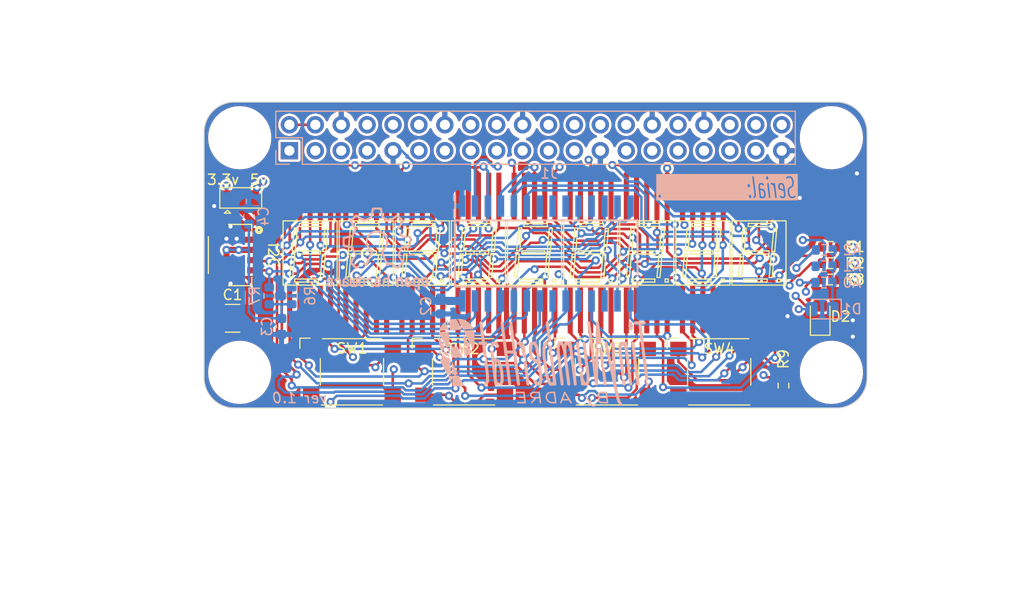
<source format=kicad_pcb>
(kicad_pcb (version 20221018) (generator pcbnew)
  (title_block (date "15 nov 2012"))
  (layers (0 "F.Cu" signal) (1 "In1.Cu" signal) (2 "In2.Cu" signal) (31 "B.Cu" signal) (34 "B.Paste" user) (35 "F.Paste" user) (36 "B.SilkS" user "B.Silkscreen") (37 "F.SilkS" user "F.Silkscreen") (38 "B.Mask" user) (39 "F.Mask" user) (44 "Edge.Cuts" user))
  (net 0 "")
  (net 1 "GND")
  (net 2 "/GPIO2{slash}SDA1")
  (net 3 "/GPIO3{slash}SCL1")
  (net 4 "/GPIO4{slash}GPCLK0")
  (net 5 "/GPIO14{slash}TXD0")
  (net 6 "/GPIO15{slash}RXD0")
  (net 7 "/GPIO17")
  (net 8 "/GPIO18{slash}PCM.CLK")
  (net 9 "/GPIO27")
  (net 10 "/GPIO22")
  (net 11 "/GPIO23")
  (net 12 "/GPIO26")
  (net 13 "/GPIO24")
  (net 14 "/GPIO10{slash}SPI0.MOSI")
  (net 15 "/GPIO9{slash}SPI0.MISO")
  (net 16 "/GPIO25")
  (net 17 "/GPIO11{slash}SPI0.SCLK")
  (net 18 "/GPIO8{slash}SPI0.CE0")
  (net 19 "/GPIO7{slash}SPI0.CE1")
  (net 20 "/ID_SDA")
  (net 21 "/ID_SCL")
  (net 22 "/GPIO5")
  (net 23 "/GPIO6")
  (net 24 "/GPIO12{slash}PWM0")
  (net 25 "/GPIO13{slash}PWM1")
  (net 26 "/GPIO19{slash}PCM.FS")
  (net 27 "/GPIO16")
  (net 28 "/GPIO20{slash}PCM.DIN")
  (net 29 "/GPIO21{slash}PCM.DOUT")
  (net 30 "+5V")
  (net 31 "+3V3")
  (net 32 "Net-(D2-K)")
  (net 33 "Net-(R1-Pad1)")
  (net 34 "Net-(R2-Pad1)")
  (net 35 "Net-(R8-Pad1)")
  (net 36 "Net-(D1-K)")
  (net 37 "/an2")
  (net 38 "/an1")
  (net 39 "/an0")
  (net 40 "/ca0")
  (net 41 "/an4")
  (net 42 "/an3")
  (net 43 "/an7")
  (net 44 "/an6")
  (net 45 "/an5")
  (net 46 "/ca1")
  (net 47 "/ca2")
  (net 48 "/ca3")
  (net 49 "/ca4")
  (net 50 "/ca5")
  (net 51 "/ca6")
  (net 52 "/ca7")
  (net 53 "/an12")
  (net 54 "/an11")
  (net 55 "/an10")
  (net 56 "/an15")
  (net 57 "/an9")
  (net 58 "/an8")
  (net 59 "/an14")
  (net 60 "/an13")
  (net 61 "Net-(R9-Pad1)")
  (net 62 "/power")
  (footprint "LTP-305G:ALS314" (layer "F.Cu") (at 113.9 90.3)
    (fp_text reference "DPY2" hide)
    (fp_text value "ALS314")
  )
  (footprint "Button_Switch_SMD:SW_SPST_Omron_B3FS-105xP" (layer "F.Cu") (at 150.5 96.45)
    (fp_text reference "SW4")
    (fp_text value "SW_Omron_B3FS")
  )
  (footprint "Button_Switch_SMD:SW_SPST_Omron_B3FS-105xP" (layer "F.Cu") (at 139.5 96.45)
    (fp_text reference "SW3")
    (fp_text value "SW_Omron_B3FS")
  )
  (footprint "LTP-305G:ALS314" (layer "F.Cu") (at 135.9 90.3)
    (fp_text reference "DPY6" hide)
    (fp_text value "ALS314")
  )
  (footprint "LTP-305G:ALS314" (layer "F.Cu") (at 119.4 90.3)
    (fp_text reference "DPY3" hide)
    (fp_text value "ALS314")
  )
  (footprint "Resistor_SMD:R_0603_1608Metric" (layer "F.Cu") (at 156.8 97.8 90)
    (fp_text reference "R9")
    (fp_text value "33k")
  )
  (footprint "LTP-305G:JST_SM04B-SRSS-TB(LF)(SN)" (layer "F.Cu") (at 105 85 -90)
    (fp_text reference "J2" hide)
    (fp_text value "SM04B-SRSS-TB(LF)(SN)")
  )
  (footprint "Resistor_SMD:R_0603_1608Metric" (layer "F.Cu") (at 161.4 85.8 180)
    (fp_text reference "R2")
    (fp_text value "33k")
  )
  (footprint "Resistor_SMD:R_0603_1608Metric" (layer "F.Cu") (at 161.425 84.2 180)
    (fp_text reference "R1")
    (fp_text value "33k")
  )
  (footprint "Button_Switch_SMD:SW_SPST_Omron_B3FS-105xP" (layer "F.Cu") (at 114.5 96.45)
    (fp_text reference "SW1")
    (fp_text value "SW_Omron_B3FS" hide)
  )
  (footprint "Button_Switch_SMD:SW_SPST_Omron_B3FS-105xP" (layer "F.Cu") (at 125.5 96.45)
    (fp_text reference "SW2")
    (fp_text value "SW_Omron_B3FS" hide)
  )
  (footprint "LTP-305G:ALS314" (layer "F.Cu") (at 108.4 90.3)
    (fp_text reference "DPY1" hide)
    (fp_text value "ALS314")
  )
  (footprint "Resistor_SMD:R_0603_1608Metric" (layer "F.Cu") (at 161.375 87.4)
    (fp_text reference "R8")
    (fp_text value "33k")
  )
  (footprint "LTP-305G:ALS314" (layer "F.Cu") (at 130.4 90.3)
    (fp_text reference "DPY5" hide)
    (fp_text value "ALS314")
  )
  (footprint "LTP-305G:ALS314" (layer "F.Cu") (at 152.4 90.3)
    (fp_text reference "DPY9" hide)
    (fp_text value "ALS314")
  )
  (footprint "RPi_Hat:RPi_Hat_Mounting_Hole" (layer "F.Cu") (at 161.5 96.5 180)
    (fp_text reference "" hide)
    (fp_text value "" hide)
  )
  (footprint "RPi_Hat:RPi_Hat_Mounting_Hole" (layer "F.Cu") (at 103.5 73.5 180)
    (fp_text reference "" hide)
    (fp_text value "" hide)
  )
  (footprint "Capacitor_SMD:C_1210_3225Metric_Pad1.33x2.70mm_HandSolder" (layer "F.Cu") (at 102.8 91.2)
    (fp_text reference "C1")
    (fp_text value "15uF")
  )
  (footprint "RPi_Hat:RPi_Hat_Mounting_Hole" (layer "F.Cu") (at 103.5 96.5 180)
    (fp_text reference "" hide)
    (fp_text value "" hide)
  )
  (footprint "LTP-305G:ALS314" (layer "F.Cu") (at 124.9 90.3)
    (fp_text reference "DPY4" hide)
    (fp_text value "ALS314")
  )
  (footprint "Diode_SMD:D_0805_2012Metric_Pad1.15x1.40mm_HandSolder" (layer "F.Cu") (at 160.4 91 90)
    (fp_text reference "D2")
    (fp_text value "1N4148")
  )
  (footprint "Jumper:SolderJumper-3_P1.3mm_Bridged12_Pad1.0x1.5mm" (layer "F.Cu") (at 103.6 79.4)
    (fp_text reference "JP1" hide)
    (fp_text value "Jumper_3_Bridged12")
  )
  (footprint "LTP-305G:ALS314" (layer "F.Cu") (at 141.4 90.3)
    (fp_text reference "DPY7" hide)
    (fp_text value "ALS314")
  )
  (footprint "RPi_Hat:RPi_Hat_Mounting_Hole" (layer "F.Cu") (at 161.5 73.5 180)
    (fp_text reference "" hide)
    (fp_text value "" hide)
  )
  (footprint "LTP-305G:ALS314" (layer "F.Cu") (at 146.9 90.3)
    (fp_text reference "DPY8" hide)
    (fp_text value "ALS314")
  )
  (footprint "Connector_PinSocket_2.54mm:PinSocket_2x20_P2.54mm_Vertical" (layer "B.Cu") (at 108.37 74.77 -90)
    (fp_text reference "J1")
    (fp_text value "GPIO")
  )
  (footprint "Capacitor_SMD:C_0603_1608Metric" (layer "B.Cu") (at 123.2 90 -90)
    (fp_text reference "C2")
    (fp_text value "10uF")
  )
  (footprint "Resistor_SMD:R_0603_1608Metric" (layer "B.Cu") (at 160.775 87.7 180)
    (fp_text reference "R3" hide)
    (fp_text value "47k")
  )
  (footprint "Capacitor_SMD:C_0603_1608Metric" (layer "B.Cu") (at 104.4 81.2 90)
    (fp_text reference "C4")
    (fp_text value "10uF")
  )
  (footprint "LOGO" (layer "B.Cu") (at 117 84.4 180)
    (fp_text reference "G***" hide)
    (fp_text value "LOGO" hide)
  )
  (footprint "Resistor_SMD:R_0603_1608Metric" (layer "B.Cu") (at 160.775 86.1 180)
    (fp_text reference "R4" hide)
    (fp_text value "47k")
  )
  (footprint "LOGO" (layer "B.Cu") (at 124.8 94.4 -177)
    (fp_text reference "G***" hide)
    (fp_text value "LOGO" hide)
  )
  (footprint "Resistor_SMD:R_0603_1608Metric" (layer "B.Cu") (at 160.8 84.5 180)
    (fp_text reference "R5" hide)
    (fp_text value "47k")
  )
  (footprint "Holtek:SOIC127P1031X264-28N" (layer "B.Cu") (at 133.545 84.85 -90)
    (fp_text reference "IC1")
    (fp_text value "SamacSys_Parts_HT16K33-28SOP" hide)
  )
  (footprint "Diode_SMD:D_0805_2012Metric_Pad1.15x1.40mm_HandSolder" (layer "B.Cu") (at 160.6 90.3 180)
    (fp_text reference "D1")
    (fp_text value "1N4148")
  )
  (footprint "Capacitor_SMD:C_0603_1608Metric" (layer "B.Cu") (at 107.6 92 -90)
    (fp_text reference "C3")
    (fp_text value "10uF")
  )
  (footprint "Resistor_SMD:R_0603_1608Metric" (layer "B.Cu") (at 108.6 89 -90)
    (fp_text reference "R6")
    (fp_text value "47k")
  )
  (footprint "Resistor_SMD:R_0603_1608Metric" (layer "B.Cu") (at 106.4 89 -90)
    (fp_text reference "R7")
    (fp_text value "10k")
  )
  (gr_arc (start 162 70) (mid 164.12132 70.87868) (end 165 73) (stroke (width 0.1)) (layer "Edge.Cuts"))
  (gr_line (start 165 97) (end 165 73) (stroke (width 0.1)) (layer "Edge.Cuts"))
  (gr_line (start 100 73) (end 100 97) (stroke (width 0.1)) (layer "Edge.Cuts"))
  (gr_arc (start 103 100) (mid 100.87868 99.12132) (end 100 97) (stroke (width 0.1)) (layer "Edge.Cuts"))
  (gr_line (start 103 100) (end 162 100) (stroke (width 0.1)) (layer "Edge.Cuts"))
  (gr_arc (start 165 97) (mid 164.12132 99.12132) (end 162 100) (stroke (width 0.1)) (layer "Edge.Cuts"))
  (gr_arc (start 100 73) (mid 100.87868 70.87868) (end 103 70) (stroke (width 0.1)) (layer "Edge.Cuts"))
  (gr_line (start 162 70) (end 103 70) (stroke (width 0.1)) (layer "Edge.Cuts"))
  (gr_text "Serial:           ." (at 158.2 79.6) (layer "B.SilkS" knockout) (effects (font (size 2 1) (thickness 0.15) italic) (justify left bottom mirror)))
  (gr_text locked "By ADRE" (at 140 99.6) (layer "B.SilkS") (effects (font (size 1 1.5) (thickness 0.15) italic) (justify left bottom mirror)))
  (gr_text locked "ver 1.0\n" (at 112.2 99.6) (layer "B.SilkS") (effects (font (size 1 1) (thickness 0.15) italic) (justify left bottom mirror)))
  (gr_text locked "TinyNumberHat" (at 144.2 98.4) (layer "B.SilkS") (effects (font (size 6 1.5) (thickness 0.3) bold italic) (justify left bottom mirror)))
  (gr_text locked "5v\n" (at 104.4 78.2) (layer "F.SilkS") (effects (font (size 1 1)) (justify left bottom)))
  (gr_text locked "3.3v" (at 100.2 78.2) (layer "F.SilkS") (effects (font (size 1 1)) (justify left bottom)))
  (segment (start 102.6 87.8) (end 101.125 87.8) (width 0.25) (layer "F.Cu") (net 1))
  (segment (start 103.2 83.4) (end 102.2 83.4) (width 0.6) (layer "F.Cu") (net 1))
  (segment (start 103.3 83.5) (end 103.2 83.4) (width 0.25) (layer "F.Cu") (net 1))
  (segment (start 102.6 82.2) (end 101.125 82.2) (width 0.25) (layer "F.Cu") (net 1))
  (segment (start 105 83.5) (end 103.3 83.5) (width 0.6) (layer "F.Cu") (net 1))
  (via (at 102.2 83.4) (size 0.8) (drill 0.4) (layers "F.Cu" "B.Cu") (net 1))
  (via (at 157.2 91) (size 0.8) (drill 0.4) (layers "F.Cu" "B.Cu") (net 1))
  (via (at 101 80.2) (size 0.8) (drill 0.4) (layers "F.Cu" "B.Cu") (net 1))
  (via (at 163.6 91.4) (size 0.8) (drill 0.4) (layers "F.Cu" "B.Cu") (net 1))
  (via (at 163.6 93) (size 0.8) (drill 0.4) (layers "F.Cu" "B.Cu") (net 1))
  (via (at 114.6 85) (size 0.8) (drill 0.4) (layers "F.Cu" "B.Cu") (net 1))
  (via (at 102.6 87.8) (size 0.8) (drill 0.4) (layers "F.Cu" "B.Cu") (net 1))
  (via (at 103.2 83.4) (size 0.8) (drill 0.4) (layers "F.Cu" "B.Cu") (net 1))
  (via (at 113.6 86.2) (size 0.8) (drill 0.4) (layers "F.Cu" "B.Cu") (net 1))
  (via (at 164 77) (size 0.8) (drill 0.4) (layers "F.Cu" "B.Cu") (net 1))
  (via (at 102.6 82.2) (size 0.8) (drill 0.4) (layers "F.Cu" "B.Cu") (net 1))
  (via (at 158.4 79.4) (size 0.8) (drill 0.4) (layers "F.Cu" "B.Cu") (net 1))
  (segment (start 118.53 74.77) (end 119.38 74.77) (width 0.25) (layer "B.Cu") (net 1))
  (segment (start 124.81 80.2) (end 125.29 80.2) (width 0.25) (layer "B.Cu") (net 1))
  (segment (start 119.38 74.77) (end 124.81 80.2) (width 0.25) (layer "B.Cu") (net 1))
  (segment (start 108.673087 85.8) (end 108.56489 85.691803) (width 0.25) (layer "F.Cu") (net 2))
  (segment (start 113.6 85) (end 113.45 85.15) (width 0.25) (layer "F.Cu") (net 2))
  (segment (start 113.45 85.15) (end 111.899695 85.15) (width 0.25) (layer "F.Cu") (net 2))
  (segment (start 109.538299 85.8) (end 108.673087 85.8) (width 0.25) (layer "F.Cu") (net 2))
  (segment (start 111.624695 85.425) (end 109.913299 85.425) (width 0.25) (layer "F.Cu") (net 2))
  (segment (start 109.913299 85.425) (end 109.538299 85.8) (width 0.25) (layer "F.Cu") (net 2))
  (segment (start 105.1 85.6) (end 105 85.5) (width 0.25) (layer "F.Cu") (net 2))
  (segment (start 106.4 85.6) (end 105.1 85.6) (width 0.25) (layer "F.Cu") (net 2))
  (segment (start 111.899695 85.15) (end 111.624695 85.425) (width 0.25) (layer "F.Cu") (net 2))
  (via (at 108.56489 85.691803) (size 0.8) (drill 0.4) (layers "F.Cu" "B.Cu") (net 2))
  (via (at 113.6 85) (size 0.8) (drill 0.4) (layers "F.Cu" "B.Cu") (net 2))
  (via (at 106.4 85.6) (size 0.8) (drill 0.4) (layers "F.Cu" "B.Cu") (net 2))
  (segment (start 108.6 87.6) (end 108.6 88.175) (width 0.25) (layer "B.Cu") (net 2))
  (segment (start 108.56489 85.691803) (end 109.2 86.326913) (width 0.25) (layer "B.Cu") (net 2))
  (segment (start 109.2 87) (end 108.6 87.6) (width 0.25) (layer "B.Cu") (net 2))
  (segment (start 106.491803 85.691803) (end 108.56489 85.691803) (width 0.25) (layer "B.Cu") (net 2))
  (segment (start 106.4 85.6) (end 106.491803 85.691803) (width 0.25) (layer "B.Cu") (net 2))
  (segment (start 125.85 91.75) (end 126.56 91.04) (width 0.25) (layer "B.Cu") (net 2))
  (segment (start 126.56 91.04) (end 126.56 89.5) (width 0.25) (layer "B.Cu") (net 2))
  (segment (start 109.2 86.326913) (end 109.2 87) (width 0.25) (layer "B.Cu") (net 2))
  (segment (start 112.875 88.128247) (end 116.496753 91.75) (width 0.25) (layer "B.Cu") (net 2))
  (segment (start 113.6 85) (end 112.875 85.725) (width 0.25) (layer "B.Cu") (net 2))
  (segment (start 116.496753 91.75) (end 125.85 91.75) (width 0.25) (layer "B.Cu") (net 2))
  (segment (start 112.875 85.725) (end 112.875 88.128247) (width 0.25) (layer "B.Cu") (net 2))
  (segment (start 106.3 86.5) (end 106.400008 86.600008) (width 0.25) (layer "F.Cu") (net 3))
  (segment (start 110.099695 85.875) (end 109.149063 86.825632) (width 0.25) (layer "F.Cu") (net 3))
  (segment (start 105 86.5) (end 106.3 86.5) (width 0.25) (layer "F.Cu") (net 3))
  (segment (start 109.149063 86.825632) (end 108.349062 86.825632) (width 0.25) (layer "F.Cu") (net 3))
  (segment (start 112.2 85.875) (end 110.099695 85.875) (width 0.25) (layer "F.Cu") (net 3))
  (via (at 112.2 85.875) (size 0.8) (drill 0.4) (layers "F.Cu" "B.Cu") (net 3))
  (via (at 108.349062 86.825632) (size 0.8) (drill 0.4) (layers "F.Cu" "B.Cu") (net 3))
  (via (at 106.400008 86.600008) (size 0.8) (drill 0.4) (layers "F.Cu" "B.Cu") (net 3))
  (segment (start 108.12343 86.6) (end 108.349062 86.825632) (width 0.25) (layer "B.Cu") (net 3))
  (segment (start 106.400016 86.6) (end 108.12343 86.6) (width 0.25) (layer "B.Cu") (net 3))
  (segment (start 127.83 89.5) (end 127.83 90.97) (width 0.25) (layer "B.Cu") (net 3))
  (segment (start 106.400008 86.600008) (end 106.400016 86.6) (width 0.25) (layer "B.Cu") (net 3))
  (segment (start 116.431067 92.25) (end 112.475 88.293933) (width 0.25) (layer "B.Cu") (net 3))
  (segment (start 127.83 90.97) (end 126.55 92.25) (width 0.25) (layer "B.Cu") (net 3))
  (segment (start 106.400008 86.600008) (end 106.400008 88.174992) (width 0.25) (layer "B.Cu") (net 3))
  (segment (start 126.55 92.25) (end 116.431067 92.25) (width 0.25) (layer "B.Cu") (net 3))
  (segment (start 112.475 86.15) (end 112.2 85.875) (width 0.25) (layer "B.Cu") (net 3))
  (segment (start 112.475 88.293933) (end 112.475 86.15) (width 0.25) (layer "B.Cu") (net 3))
  (segment (start 106.400008 88.174992) (end 106.4 88.175) (width 0.25) (layer "B.Cu") (net 3))
  (segment (start 104.9 78.7) (end 105.2 78.4) (width 0.25) (layer "F.Cu") (net 30))
  (segment (start 105.2 78.4) (end 105.8 77.8) (width 0.25) (layer "F.Cu") (net 30))
  (segment (start 104.9 79.4) (end 104.9 78.7) (width 0.25) (layer "F.Cu") (net 30))
  (segment (start 110.91 72.23) (end 108.37 72.23) (width 0.25) (layer "F.Cu") (net 30))
  (via (at 105.8 77.8) (size 0.8) (drill 0.4) (layers "F.Cu" "B.Cu") (net 30))
  (via (at 105.2 78.4) (size 0.8) (drill 0.4) (layers "F.Cu" "B.Cu") (net 30))
  (segment (start 102.2 79.3) (end 102.3 79.4) (width 0.25) (layer "F.Cu") (net 31))
  (segment (start 102.2 78.2) (end 102.2 79.3) (width 0.25) (layer "F.Cu") (net 31))
  (via (at 102.2 78.2) (size 0.8) (drill 0.4) (layers "F.Cu" "B.Cu") (net 31))
  (segment (start 121.5 94.2) (end 122.287637 94.2) (width 0.25) (layer "F.Cu") (net 32))
  (segment (start 138.050896 99) (end 138.037991 99.012905) (width 0.25) (layer "F.Cu") (net 32))
  (segment (start 141.554595 99) (end 138.050896 99) (width 0.25) (layer "F.Cu") (net 32))
  (segment (start 155.68547 95.755338) (end 157.044662 95.755338) (width 0.25) (layer "F.Cu") (net 32))
  (segment (start 154.5 94.569868) (end 155.68547 95.755338) (width 0.25) (layer "F.Cu") (net 32))
  (segment (start 112.1 95.8) (end 116.6 95.8) (width 0.25) (layer "F.Cu") (net 32))
  (segment (start 122.287637 94.2) (end 123.097197 95.00956) (width 0.25) (layer "F.Cu") (net 32))
  (segment (start 129.5 94.2) (end 128.2 94.2) (width 0.25) (layer "F.Cu") (net 32))
  (segment (start 116.8 95.9) (end 118.5 94.2) (width 0.25) (layer "F.Cu") (net 32))
  (segment (start 152.7 96) (end 151.425 97.275) (width 0.25) (layer "F.Cu") (net 32))
  (segment (start 143.5 94.2) (end 142.425 95.275) (width 0.25) (layer "F.Cu") (net 32))
  (segment (start 134.6 94.2) (end 134.2 94.6) (width 0.25) (layer "F.Cu") (net 32))
  (segment (start 151.425 97.275) (end 148.320439 97.275) (width 0.25) (layer "F.Cu") (net 32))
  (segment (start 159.375 92.025) (end 160.4 92.025) (width 0.25) (layer "F.Cu") (net 32))
  (segment (start 142.425 98.129595) (end 141.554595 99) (width 0.25) (layer "F.Cu") (net 32))
  (segment (start 157.044662 95.755338) (end 158.275 94.525) (width 0.25) (layer "F.Cu") (net 32))
  (segment (start 152.8 96) (end 152.7 96) (width 0.25) (layer "F.Cu") (net 32))
  (segment (start 154.5 94.2) (end 154.5 94.569868) (width 0.25) (layer "F.Cu") (net 32))
  (segment (start 148.320439 97.275) (end 146.5 95.454561) (width 0.25) (layer "F.Cu") (net 32))
  (segment (start 158.275 93.125) (end 159.375 92.025) (width 0.25) (layer "F.Cu") (net 32))
  (segment (start 135.5 94.2) (end 134.6 94.2) (width 0.25) (layer "F.Cu") (net 32))
  (segment (start 116.6 95.8) (end 116.8 96) (width 0.25) (layer "F.Cu") (net 32))
  (segment (start 146.5 95.454561) (end 146.5 94.2) (width 0.25) (layer "F.Cu") (net 32))
  (segment (start 116.8 96) (end 116.8 95.9) (width 0.25) (layer "F.Cu") (net 32))
  (segment (start 110.5 94.2) (end 112.1 95.8) (width 0.25) (layer "F.Cu") (net 32))
  (segment (start 152.8 95.9) (end 152.8 96) (width 0.25) (layer "F.Cu") (net 32))
  (segment (start 142.425 95.275) (end 142.425 98.129595) (width 0.25) (layer "F.Cu") (net 32))
  (segment (start 154.5 94.2) (end 152.8 95.9) (width 0.25) (layer "F.Cu") (net 32))
  (segment (start 158.275 94.525) (end 158.275 93.125) (width 0.25) (layer "F.Cu") (net 32))
  (via (at 116.8 96) (size 0.8) (drill 0.4) (layers "F.Cu" "B.Cu") (net 32))
  (via (at 138.037991 99.012905) (size 0.8) (drill 0.4) (layers "F.Cu" "B.Cu") (net 32))
  (via (at 123.097197 95.00956) (size 0.8) (drill 0.4) (layers "F.Cu" "B.Cu") (net 32))
  (via (at 134.2 94.6) (size 0.8) (drill 0.4) (layers "F.Cu" "B.Cu") (net 32))
  (via (at 128.2 94.2) (size 0.8) (drill 0.4) (layers "F.Cu" "B.Cu") (net 32))
  (via (at 152.8 96) (size 0.8) (drill 0.4) (layers "F.Cu" "B.Cu") (net 32))
  (segment (start 163.6 84) (end 163.4 84.2) (width 0.25) (layer "F.Cu") (net 33))
  (segment (start 118.5 96.3) (end 118.6 96.2) (width 0.25) (layer "F.Cu") (net 33))
  (segment (start 117.4 97.8) (end 118.3 98.7) (width 0.25) (layer "F.Cu") (net 33))
  (segment (start 118.5 98.7) (end 118.5 96.3) (width 0.25) (layer "F.Cu") (net 33))
  (segment (start 110.5 98.7) (end 111.4 97.8) (width 0.25) (layer "F.Cu") (net 33))
  (segment (start 111.4 97.8) (end 117.4 97.8) (width 0.25) (layer "F.Cu") (net 33))
  (segment (start 118.3 98.7) (end 118.5 98.7) (width 0.25) (layer "F.Cu") (net 33))
  (segment (start 163.4 84.2) (end 162.25 84.2) (width 0.25) (layer "F.Cu") (net 33))
  (via (at 163.6 84.2) (size 0.8) (drill 0.4) (layers "F.Cu" "B.Cu") (net 33))
  (via (at 118.6 96.2) (size 0.8) (drill 0.4) (layers "F.Cu" "B.Cu") (net 33))
  (segment (start 123.9 98.7) (end 124 98.8) (width 0.25) (layer "F.Cu") (net 34))
  (segment (start 121.5 98.7) (end 123.9 98.7) (width 0.25) (layer "F.Cu") (net 34))
  (segment (start 126.6 99.6) (end 124.8 99.6) (width 0.25) (layer "F.Cu") (net 34))
  (segment (start 127.5 98.7) (end 126.6 99.6) (width 0.25) (layer "F.Cu") (net 34))
  (segment (start 162.225 85.8) (end 163.8 85.8) (width 0.25) (layer "F.Cu") (net 34))
  (segment (start 129.5 98.7) (end 127.5 98.7) (width 0.25) (layer "F.Cu") (net 34))
  (segment (start 124.8 99.6) (end 124 98.8) (width 0.25) (layer "F.Cu") (net 34))
  (via (at 163.8 85.8) (size 0.8) (drill 0.4) (layers "F.Cu" "B.Cu") (net 34))
  (via (at 124 98.8) (size 0.8) (drill 0.4) (layers "F.Cu" "B.Cu") (net 34))
  (segment (start 159.654595 87.4) (end 159 88.054595) (width 0.25) (layer "F.Cu") (net 35))
  (segment (start 160.55 87.4) (end 159.654595 87.4) (width 0.25) (layer "F.Cu") (net 35))
  (segment (start 135.5 98.7) (end 136.729865 98.7) (width 0.25) (layer "F.Cu") (net 35))
  (segment (start 143.6 98.6) (end 143.5 98.7) (width 0.25) (layer "F.Cu") (net 35))
  (segment (start 159 88.054595) (end 159 88.6) (width 0.25) (layer "F.Cu") (net 35))
  (segment (start 143.6 97.399996) (end 143.6 98.6) (width 0.25) (layer "F.Cu") (net 35))
  (segment (start 136.729865 98.7) (end 137.04277 99.012905) (width 0.25) (layer "F.Cu") (net 35))
  (via (at 159 88.6) (size 0.8) (drill 0.4) (layers "F.Cu" "B.Cu") (net 35))
  (via (at 143.6 97.399996) (size 0.8) (drill 0.4) (layers "F.Cu" "B.Cu") (net 35))
  (via (at 137.04277 99.012905) (size 0.8) (drill 0.4) (layers "F.Cu" "B.Cu") (net 35))
  (segment (start 137.71777 98.337905) (end 137.04277 99.012905) (width 0.25) (layer "B.Cu") (net 35))
  (segment (start 142.317943 98.682053) (end 138.661734 98.682053) (width 0.25) (layer "B.Cu") (net 35))
  (segment (start 143.6 97.399996) (end 142.317943 98.682053) (width 0.25) (layer "B.Cu") (net 35))
  (segment (start 138.317586 98.337905) (end 137.71777 98.337905) (width 0.25) (layer "B.Cu") (net 35))
  (segment (start 138.661734 98.682053) (end 138.317586 98.337905) (width 0.25) (layer "B.Cu") (net 35))
  (segment (start 161.6 84.3) (end 161.6 87.7) (width 0.25) (layer "B.Cu") (net 36))
  (segment (start 161.6 90.275) (end 161.625 90.3) (width 0.25) (layer "B.Cu") (net 36))
  (segment (start 161.6 87.7) (end 161.6 90.275) (width 0.25) (layer "B.Cu") (net 36))
  (segment (start 133.4 87.1) (end 133.4 90.3) (width 0.25) (layer "F.Cu") (net 37))
  (segment (start 123.722667 94.295178) (end 122.4 92.972511) (width 0.25) (layer "F.Cu") (net 37))
  (segment (start 155.965065 93.240065) (end 155.965065 95.080338) (width 0.25) (layer "F.Cu") (net 37))
  (segment (start 155.4 92.675) (end 155.965065 93.240065) (width 0.25) (layer "F.Cu") (net 37))
  (segment (start 144.4 92.87019) (end 144.4 90.3) (width 0.25) (layer "F.Cu") (net 37))
  (segment (start 111.4 90.3) (end 111.4 92.8) (width 0.25) (layer "F.Cu") (net 37))
  (segment (start 111.4 92.8) (end 112.8 94.2) (width 0.25) (layer "F.Cu") (net 37))
  (segment (start 145 97.9495) (end 145 93.47019) (width 0.25) (layer "F.Cu") (net 37))
  (segment (start 122.4 92.972511) (end 122.4 90.3) (width 0.25) (layer "F.Cu") (net 37))
  (segment (start 145 93.47019) (end 144.4 92.87019) (width 0.25) (layer "F.Cu") (net 37))
  (segment (start 155.4 90.3) (end 155.4 92.675) (width 0.25) (layer "F.Cu") (net 37))
  (via (at 123.722667 94.295178) (size 0.8) (drill 0.4) (layers "F.Cu" "B.Cu") (net 37))
  (via (at 158.076944 86.276944) (size 0.8) (drill 0.4) (layers "F.Cu" "B.Cu") (net 37))
  (via (at 133.4 87.1) (size 0.8) (drill 0.4) (layers "F.Cu" "B.Cu") (net 37))
  (via (at 155.965065 95.080338) (size 0.8) (drill 0.4) (layers "F.Cu" "B.Cu") (net 37))
  (via (at 145 97.9495) (size 0.8) (drill 0.4) (layers "F.Cu" "B.Cu") (net 37))
  (via (at 112.8 94.2) (size 0.8) (drill 0.4) (layers "F.Cu" "B.Cu") (net 37))
  (segment (start 159.975 84.5) (end 159.853888 84.5) (width 0.25) (layer "B.Cu") (net 37))
  (segment (start 152.656493 98) (end 155.576155 95.080338) (width 0.25) (layer "B.Cu") (net 37))
  (segment (start 145 97.9495) (end 145.0505 98) (width 0.25) (layer "B.Cu") (net 37))
  (segment (start 155.576155 95.080338) (end 155.965065 95.080338) (width 0.25) (layer "B.Cu") (net 37))
  (segment (start 123.627489 94.2) (end 123.722667 94.295178) (width 0.25) (layer "B.Cu") (net 37))
  (segment (start 131.64 88.45) (end 131.64 89.5) (width 0.25) (layer "B.Cu") (net 37))
  (segment (start 123.722667 94.295178) (end 124.492845 93.525) (width 0.25) (layer "B.Cu") (net 37))
  (segment (start 132.99 87.1) (end 131.64 88.45) (width 0.25) (layer "B.Cu") (net 37))
  (segment (start 130.535966 91.2) (end 131.3 91.2) (width 0.25) (layer "B.Cu") (net 37))
  (segment (start 131.3 91.2) (end 131.64 90.86) (width 0.25) (layer "B.Cu") (net 37))
  (segment (start 112.8 94.2) (end 123.627489 94.2) (width 0.25) (layer "B.Cu") (net 37))
  (segment (start 145 97.9495) (end 144.9505 97.9) (width 0.25) (layer "B.Cu") (net 37))
  (segment (start 145.0505 98) (end 152.656493 98) (width 0.25) (layer "B.Cu") (net 37))
  (segment (start 159.853888 84.5) (end 158.076944 86.276944) (width 0.25) (layer "B.Cu") (net 37))
  (segment (start 124.492845 93.525) (end 128.210966 93.525) (width 0.25) (layer "B.Cu") (net 37))
  (segment (start 133.4 87.1) (end 132.99 87.1) (width 0.25) (layer "B.Cu") (net 37))
  (segment (start 131.64 90.86) (end 131.64 89.5) (width 0.25) (layer "B.Cu") (net 37))
  (segment (start 128.210966 93.525) (end 130.535966 91.2) (width 0.25) (layer "B.Cu") (net 37))
  (segment (start 145.4 79.3) (end 145.4 76.5) (width 0.25) (layer "F.Cu") (net 38))
  (segment (start 155.076042 83.744363) (end 153.465002 85.355403) (width 0.25) (layer "F.Cu") (net 38))
  (segment (start 140.806085 83.35) (end 141.831354 84.375269) (width 0.25) (layer "F.Cu") (net 38))
  (segment (start 141.831354 84.874723) (end 141.106077 85.6) (width 0.25) (layer "F.Cu") (net 38))
  (segment (start 134.857326 76.367327) (end 134.4 76.824653) (width 0.25) (layer "F.Cu") (net 38))
  (segment (start 136.325 83.6) (end 138.806801 83.6) (width 0.25) (layer "F.Cu") (net 38))
  (segment (start 146.099695 85.355403) (end 145.4 84.655708) (width 0.25) (layer "F.Cu") (net 38))
  (segment (start 134.4 79.3) (end 134.4 81.675) (width 0.25) (layer "F.Cu") (net 38))
  (segment (start 141.831354 84.375269) (end 141.831354 84.874723) (width 0.25) (layer "F.Cu") (net 38))
  (segment (start 156.4 79.3) (end 156.4 82.8) (width 0.25) (layer "F.Cu") (net 38))
  (segment (start 139.056801 83.35) (end 140.806085 83.35) (width 0.25) (layer "F.Cu") (net 38))
  (segment (start 112.4 79.3) (end 112.4 84.013299) (width 0.25) (layer "F.Cu") (net 38))
  (segment (start 134.4 76.824653) (end 134.4 79.3) (width 0.25) (layer "F.Cu") (net 38))
  (segment (start 123.4 79.3) (end 123.4 82.2) (width 0.25) (layer "F.Cu") (net 38))
  (segment (start 135.413774 86.15) (end 132.65 86.15) (width 0.25) (layer "F.Cu") (net 38))
  (segment (start 139.139416 87.15) (end 136.413774 87.15) (width 0.25) (layer "F.Cu") (net 38))
  (segment (start 109.337993 84.975) (end 109.319172 84.993821) (width 0.25) (layer "F.Cu") (net 38))
  (segment (start 138.806801 83.6) (end 139.056801 83.35) (width 0.25) (layer "F.Cu") (net 38))
  (segment (start 123.4 82.2) (end 123.2 82.4) (width 0.25) (layer "F.Cu") (net 38))
  (segment (start 136.413774 87.15) (end 135.413774 86.15) (width 0.25) (layer "F.Cu") (net 38))
  (segment (start 132.65 86.15) (end 132.4 86.4) (width 0.25) (layer "F.Cu") (net 38))
  (segment (start 140.689416 85.6) (end 139.139416 87.15) (width 0.25) (layer "F.Cu") (net 38))
  (segment (start 153.465002 85.355403) (end 146.099695 85.355403) (width 0.25) (layer "F.Cu") (net 38))
  (segment (start 156.4 82.8) (end 155.455637 83.744363) (width 0.25) (layer "F.Cu") (net 38))
  (segment (start 145.4 84.655708) (end 145.4 79.3) (width 0.25) (layer "F.Cu") (net 38))
  (segment (start 134.4 81.675) (end 136.325 83.6) (width 0.25) (layer "F.Cu") (net 38))
  (segment (start 112.4 84.013299) (end 111.438299 84.975) (width 0.25) (layer "F.Cu") (net 38))
  (segment (start 111.438299 84.975) (end 109.337993 84.975) (width 0.25) (layer "F.Cu") (net 38))
  (segment (start 155.455637 83.744363) (end 155.076042 83.744363) (width 0.25) (layer "F.Cu") (net 38))
  (segment (start 141.106077 85.6) (end 140.689416 85.6) (width 0.25) (layer "F.Cu") (net 38))
  (via (at 158.7 83.537921) (size 0.8) (drill 0.4) (layers "F.Cu" "B.Cu") (net 38))
  (via (at 134.857326 76.367327) (size 0.8) (drill 0.4) (layers "F.Cu" "B.Cu") (net 38))
  (via (at 123.2 82.4) (size 0.8) (drill 0.4) (layers "F.Cu" "B.Cu") (net 38))
  (via (at 109.319172 84.993821) (size 0.8) (drill 0.4) (layers "F.Cu" "B.Cu") (net 38))
  (via (at 145.4 76.5) (size 0.8) (drill 0.4) (layers "F.Cu" "B.Cu") (net 38))
  (via (at 132.4 86.4) (size 0.8) (drill 0.4) (layers "F.Cu" "B.Cu") (net 38))
  (segment (start 160.8 83.8) (end 160.8 85.25) (width 0.25) (layer "B.Cu") (net 38))
  (segment (start 109.85 86.800305) (end 109.85 85.524649) (width 0.25) (layer "B.Cu") (net 38))
  (segment (start 122.075 81.275) (end 123.2 82.4) (width 0.25) (layer "B.Cu") (net 38))
  (segment (start 107.382027 83.754688) (end 109.861715 81.275) (width 0.25) (layer "B.Cu") (net 38))
  (segment (start 131.880547 86.4) (end 130.9008 87.379747) (width 0.25) (layer "B.Cu") (net 38))
  (segment (start 107.382027 84.355298) (end 107.382027 83.754688) (width 0.25) (layer "B.Cu") (net 38))
  (segment (start 109.292154 84.966803) (end 107.993532 84.966803) (width 0.25) (layer "B.Cu") (net 38))
  (segment (start 130.37 90.80028) (end 128.04528 93.125) (width 0.25) (layer "B.Cu") (net 38))
  (segment (start 130.9008 87.379747) (end 130.37 87.910547) (width 0.25) (layer "B.Cu") (net 38))
  (segment (start 132.4 86.4) (end 131.880547 86.4) (width 0.25) (layer "B.Cu") (net 38))
  (segment (start 160.8 85.25) (end 159.95 86.1) (width 0.25) (layer "B.Cu") (net 38))
  (segment (start 109.319172 84.993821) (end 109.292154 84.966803) (width 0.25) (layer "B.Cu") (net 38))
  (segment (start 130.37 87.910547) (end 130.37 89.5) (width 0.25) (layer "B.Cu") (net 38))
  (segment (start 109.85 85.524649) (end 109.319172 84.993821) (width 0.25) (layer "B.Cu") (net 38))
  (segment (start 109.861715 81.275) (end 122.075 81.275) (width 0.25) (layer "B.Cu") (net 38))
  (segment (start 160.537921 83.537921) (end 160.8 83.8) (width 0.25) (layer "B.Cu") (net 38))
  (segment (start 128.04528 93.125) (end 116.174696 93.125001) (width 0.25) (layer "B.Cu") (net 38))
  (segment (start 107.993532 84.966803) (end 107.382027 84.355298) (width 0.25) (layer "B.Cu") (net 38))
  (segment (start 130.37 89.5) (end 130.37 90.80028) (width 0.25) (layer "B.Cu") (net 38))
  (segment (start 158.7 83.537921) (end 160.537921 83.537921) (width 0.25) (layer "B.Cu") (net 38))
  (segment (start 116.174696 93.125001) (end 109.85 86.800305) (width 0.25) (layer "B.Cu") (net 38))
  (segment (start 122.4 79.3) (end 122.4 81.8) (width 0.25) (layer "F.Cu") (net 39))
  (segment (start 133.975 81.975) (end 136 84) (width 0.25) (layer "F.Cu") (net 39))
  (segment (start 130.779854 85.6) (end 135.6 85.6) (width 0.25) (layer "F.Cu") (net 39))
  (segment (start 144.460782 82.860786) (end 144.399996 82.8) (width 0.25) (layer "F.Cu") (net 39))
  (segment (start 139.043197 84) (end 139.243197 83.8) (width 0.25) (layer "F.Cu") (net 39))
  (segment (start 129.232266 87.147588) (end 130.779854 85.6) (width 0.25) (layer "F.Cu") (net 39))
  (segment (start 111.4 79.3) (end 111.4 84.023067) (width 0.25) (layer "F.Cu") (net 39))
  (segment (start 138.95302 86.7) (end 140.541339 85.111681) (width 0.25) (layer "F.Cu") (net 39))
  (segment (start 133.4 81.975) (end 133.975 81.975) (width 0.25) (layer "F.Cu") (net 39))
  (segment (start 144.4 82.799996) (end 144.399996 82.8) (width 0.25) (layer "F.Cu") (net 39))
  (segment (start 140.639801 85.111681) (end 141.08294 84.668542) (width 0.25) (layer "F.Cu") (net 39))
  (segment (start 144.4 79.3) (end 144.4 82.799996) (width 0.25) (layer "F.Cu") (net 39))
  (segment (start 122.4 81.8) (end 121.35053 82.84947) (width 0.25) (layer "F.Cu") (net 39))
  (segment (start 140.541339 85.111681) (end 140.639801 85.111681) (width 0.25) (layer "F.Cu") (net 39))
  (segment (start 111.4 84.023067) (end 111.415788 84.038855) (width 0.25) (layer "F.Cu") (net 39))
  (segment (start 141.08294 84.28294) (end 141.08294 84.668542) (width 0.25) (layer "F.Cu") (net 39))
  (segment (start 140.6 83.8) (end 141.08294 84.28294) (width 0.25) (layer "F.Cu") (net 39))
  (segment (start 129.232266 87.295394) (end 129.232266 87.147588) (width 0.25) (layer "F.Cu") (net 39))
  (segment (start 136 84) (end 139.043197 84) (width 0.25) (layer "F.Cu") (net 39))
  (segment (start 133.4 79.3) (end 133.4 81.975) (width 0.25) (layer "F.Cu") (net 39))
  (segment (start 155.4 79.3) (end 155.4 81.971291) (width 0.25) (layer "F.Cu") (net 39))
  (segment (start 135.6 85.6) (end 136.7 86.7) (width 0.25) (layer "F.Cu") (net 39))
  (segment (start 136.7 86.7) (end 138.95302 86.7) (width 0.25) (layer "F.Cu") (net 39))
  (segment (start 121.35053 82.84947) (end 120.934016 82.84947) (width 0.25) (layer "F.Cu") (net 39))
  (segment (start 139.243197 83.8) (end 140.6 83.8) (width 0.25) (layer "F.Cu") (net 39))
  (segment (start 144.460782 84.7) (end 144.460782 82.860786) (width 0.25) (layer "F.Cu") (net 39))
  (segment (start 155.4 81.971291) (end 155.61713 82.188421) (width 0.25) (layer "F.Cu") (net 39))
  (via (at 111.415788 84.038855) (size 0.8) (drill 0.4) (layers "F.Cu" "B.Cu") (net 39))
  (via (at 120.934016 82.84947) (size 0.8) (drill 0.4) (layers "F.Cu" "B.Cu") (net 39))
  (via (at 129.232266 87.295394) (size 0.8) (drill 0.4) (layers "F.Cu" "B.Cu") (net 39))
  (via (at 144.399996 82.8) (size 0.8) (drill 0.4) (layers "F.Cu" "B.Cu") (net 39))
  (via (at 144.460782 84.7) (size 0.8) (drill 0.4) (layers "F.Cu" "B.Cu") (net 39))
  (via (at 155.61713 82.188421) (size 0.8) (drill 0.4) (layers "F.Cu" "B.Cu") (net 39))
  (via (at 158.4 87.7) (size 0.8) (drill 0.4) (layers "F.Cu" "B.Cu") (net 39))
  (via (at 141.08294 84.668542) (size 0.8) (drill 0.4) (layers "F.Cu" "B.Cu") (net 39))
  (segment (start 120.934016 82.84947) (end 120.934016 83.770912) (width 0.25) (layer "B.Cu") (net 39))
  (segment (start 111.526933 84.15) (end 111.415788 84.038855) (width 0.25) (layer "B.Cu") (net 39))
  (segment (start 141.326482 84.425) (end 141.08294 84.668542) (width 0.25) (layer "B.Cu") (net 39))
  (segment (start 129.1 90.614034) (end 127.014034 92.7) (width 0.25) (layer "B.Cu") (net 39))
  (segment (start 151.494019 82.730415) (end 151.888604 83.125) (width 0.25) (layer "B.Cu") (net 39))
  (segment (start 153.399084 83.125) (end 154.335663 82.188421) (width 0.25) (layer "B.Cu") (net 39))
  (segment (start 129.232266 87.295394) (end 129.1 87.42766) (width 0.25) (layer "B.Cu") (net 39))
  (segment (start 127.014034 92.7) (end 116.315381 92.7) (width 0.25) (layer "B.Cu") (net 39))
  (segment (start 112.075 87.045405) (end 111.415788 86.386193) (width 0.25) (layer "B.Cu") (net 39))
  (segment (start 129.1 89.5) (end 129.1 90.614034) (width 0.25) (layer "B.Cu") (net 39))
  (segment (start 144.469581 82.730415) (end 151.494019 82.730415) (width 0.25) (layer "B.Cu") (net 39))
  (segment (start 144.399996 82.8) (end 144.469581 82.730415) (width 0.25) (layer "B.Cu") (net 39))
  (segment (start 116.315381 92.7) (end 112.075 88.459619) (width 0.25) (layer "B.Cu") (net 39))
  (segment (start 144.460782 84.7) (end 144.185782 84.425) (width 0.25) (layer "B.Cu") (net 39))
  (segment (start 154.335663 82.188421) (end 155.61713 82.188421) (width 0.25) (layer "B.Cu") (net 39))
  (segment (start 112.075 88.459619) (end 112.075 87.045405) (width 0.25) (layer "B.Cu") (net 39))
  (segment (start 151.888604 83.125) (end 153.399084 83.125) (width 0.25) (layer "B.Cu") (net 39))
  (segment (start 111.415788 86.386193) (end 111.415788 84.038855) (width 0.25) (layer "B.Cu") (net 39))
  (segment (start 129.1 87.42766) (end 129.1 89.5) (width 0.25) (layer "B.Cu") (net 39))
  (segment (start 120.554928 84.15) (end 111.526933 84.15) (width 0.25) (layer "B.Cu") (net 39))
  (segment (start 120.934016 83.770912) (end 120.554928 84.15) (width 0.25) (layer "B.Cu") (net 39))
  (segment (start 159.95 87.7) (end 158.4 87.7) (width 0.25) (layer "B.Cu") (net 39))
  (segment (start 144.185782 84.425) (end 141.326482 84.425) (width 0.25) (layer "B.Cu") (net 39))
  (segment (start 115.275 93.3) (end 115.9 92.675) (width 0.25) (layer "F.Cu") (net 40))
  (segment (start 110.4 79.3) (end 110.4 84) (width 0.25) (layer "F.Cu") (net 40))
  (segment (start 110.675 87.325) (end 112.50962 87.325) (width 0.25) (layer "F.Cu") (net 40))
  (segment (start 115.8 76.2) (end 116 76.4) (width 0.25) (layer "F.Cu") (net 40))
  (segment (start 116 76.4) (end 116 79.2) (width 0.25) (layer "F.Cu") (net 40))
  (segment (start 116 79.2) (end 115.9 79.3) (width 0.25) (layer "F.Cu") (net 40))
  (segment (start 110.6 76.2) (end 114.8 76.2) (width 0.25) (layer "F.Cu") (net 40))
  (segment (start 115.9 92.675) (end 115.9 90.3) (width 0.25) (layer "F.Cu") (net 40))
  (segment (start 110.4 79.3) (end 110.4 76.4) (width 0.25) (layer "F.Cu") (net 40))
  (segment (start 112.50962 87.325) (end 113.2 88.01538) (width 0.25) (layer "F.Cu") (net 40))
  (segment (start 110.4 76.4) (end 110.6 76.2) (width 0.25) (layer "F.Cu") (net 40))
  (segment (start 110.4 90.3) (end 110.4 87.6) (width 0.25) (layer "F.Cu") (net 40))
  (segment (start 114.8 76.2) (end 115.8 76.2) (width 0.25) (layer "F.Cu") (net 40))
  (segment (start 113.2 88.01538) (end 113.2 93) (width 0.25) (layer "F.Cu") (net 40))
  (segment (start 110.4 87.6) (end 110.675 87.325) (width 0.25) (layer "F.Cu") (net 40))
  (segment (start 113.2 93) (end 113.5 93.3) (width 0.25) (layer "F.Cu") (net 40))
  (segment (start 113.5 93.3) (end 115.275 93.3) (width 0.25) (layer "F.Cu") (net 40))
  (via (at 110.4 84) (size 0.8) (drill 0.4) (layers "F.Cu" "B.Cu") (net 40))
  (via (at 111.4 87.325) (size 0.8) (drill 0.4) (layers "F.Cu" "B.Cu") (net 40))
  (via (at 158.3 90.3) (size 0.8) (drill 0.4) (layers "F.Cu" "B.Cu") (net 40))
  (via (at 114.8 76.2) (size 0.8) (drill 0.4) (layers "F.Cu" "B.Cu") (net 40))
  (via (at 128.8 76.3255) (size 0.8) (drill 0.4) (layers "F.Cu" "B.Cu") (net 40))
  (segment (start 110.4 84) (end 110.4 86.325) (width 0.25) (layer "B.Cu") (net 40))
  (segment (start 127.09195 75.658735) (end 126.56 76.190685) (width 0.25) (layer "B.Cu") (net 40))
  (segment (start 110.4 86.325) (end 111.4 87.325) (width 0.25) (layer "B.Cu") (net 40))
  (segment (start 126.56 76.190685) (end 126.56 80.2) (width 0.25) (layer "B.Cu") (net 40))
  (segment (start 128.359325 76.3255) (end 127.69256 75.658735) (width 0.25) (layer "B.Cu") (net 40))
  (segment (start 159.575 90.3) (end 158.3 90.3) (width 0.25) (layer "B.Cu") (net 40))
  (segment (start 128.8 76.3255) (end 128.359325 76.3255) (width 0.25) (layer "B.Cu") (net 40))
  (segment (start 127.69256 75.658735) (end 127.09195 75.658735) (width 0.25) (layer "B.Cu") (net 40))
  (segment (start 131.414006 95.275) (end 131.281701 95.275) (width 0.25) (layer "F.Cu") (net 41))
  (segment (start 137.396992 97.003008) (end 133.137819 97.003008) (width 0.25) (layer "F.Cu") (net 41))
  (segment (start 137.8 96.6) (end 137.396992 97.003008) (width 0.25) (layer "F.Cu") (net 41))
  (segment (start 131.77956 95.644749) (end 131.77956 95.640554) (width 0.25) (layer "F.Cu") (net 41))
  (segment (start 133.137819 97.003008) (end 131.77956 95.644749) (width 0.25) (layer "F.Cu") (net 41))
  (segment (start 141.4 96.799014) (end 141.196006 97.003008) (width 0.25) (layer "F.Cu") (net 41))
  (segment (start 108.4 94.921172) (end 109.2226 95.743772) (width 0.25) (layer "F.Cu") (net 41))
  (segment (start 130.775 94.768299) (end 131.281701 95.275) (width 0.25) (layer "F.Cu") (net 41))
  (segment (start 131.77956 95.640554) (end 131.414006 95.275) (width 0.25) (layer "F.Cu") (net 41))
  (segment (start 130.775 93.375) (end 130.775 94.768299) (width 0.25) (layer "F.Cu") (net 41))
  (segment (start 141.4 90.3) (end 141.4 96.799014) (width 0.25) (layer "F.Cu") (net 41))
  (segment (start 141.196006 97.003008) (end 140.792998 96.6) (width 0.25) (layer "F.Cu") (net 41))
  (segment (start 152.4 90.3) (end 152.4 93.974694) (width 0.25) (layer "F.Cu") (net 41))
  (segment (start 140.792998 96.6) (end 137.8 96.6) (width 0.25) (layer "F.Cu") (net 41))
  (segment (start 108.4 90.3) (end 108.4 94.921172) (width 0.25) (layer "F.Cu") (net 41))
  (segment (start 119.4 88.0255) (end 118.5745 87.2) (width 0.25) (layer "F.Cu") (net 41))
  (segment (start 152.4 93.974694) (end 151.510954 94.86374) (width 0.25) (layer "F.Cu") (net 41))
  (segment (start 119.4 90.3) (end 119.4 88.0255) (width 0.25) (layer "F.Cu") (net 41))
  (segment (start 130.4 93) (end 130.775 93.375) (width 0.25) (layer "F.Cu") (net 41))
  (segment (start 130.4 90.3) (end 130.4 93) (width 0.25) (layer "F.Cu") (net 41))
  (via (at 131.281701 95.275) (size 0.8) (drill 0.4) (layers "F.Cu" "B.Cu") (net 41))
  (via (at 151.510954 94.86374) (size 0.8) (drill 0.4) (layers "F.Cu" "B.Cu") (net 41))
  (via (at 141.196006 97.003008) (size 0.8) (drill 0.4) (layers "F.Cu" "B.Cu") (net 41))
  (via (at 109.2226 95.743772) (size 0.8) (drill 0.4) (layers "F.Cu" "B.Cu") (net 41))
  (via (at 118.5745 87.2) (size 0.8) (drill 0.4) (layers "F.Cu" "B.Cu") (net 41))
  (via (at 120.060775 97.584629) (size 0.8) (drill 0.4) (layers "F.Cu" "B.Cu") (net 41))
  (segment (start 151.510954 94.86374) (end 149.499694 96.875) (width 0.25) (layer "B.Cu") (net 41))
  (segment (start 146.263297 96.324998) (end 141.874016 96.324998) (width 0.25) (layer "B.Cu") (net 41))
  (segment (start 134.18 89.5) (end 134.18 91.230883) (width 0.25) (layer "B.Cu") (net 41))
  (segment (start 132.297839 93.113044) (end 132.297839 94.302161) (width 0.25) (layer "B.Cu") (net 41))
  (segment (start 111.053828 97.575) (end 109.2226 95.743772) (width 0.25) (layer "B.Cu") (net 41))
  (segment (start 141.874016 96.324998) (end 141.196006 97.003008) (width 0.25) (layer "B.Cu") (net 41))
  (segment (start 124.483076 95.951238) (end 123.564434 96.86988) (width 0.25) (layer "B.Cu") (net 41))
  (segment (start 120.051146 97.575) (end 111.053828 97.575) (width 0.25) (layer "B.Cu") (net 41))
  (segment (start 123.564434 96.86988) (end 122.102709 96.86988) (width 0.25) (layer "B.Cu") (net 41))
  (segment (start 149.499694 96.875) (end 146.813299 96.875) (width 0.25) (layer "B.Cu") (net 41))
  (segment (start 131.325 95.275) (end 131.281701 95.275) (width 0.25) (layer "B.Cu") (net 41))
  (segment (start 146.813299 96.875) (end 146.263297 96.324998) (width 0.25) (layer "B.Cu") (net 41))
  (segment (start 130.605463 95.951238) (end 124.483076 95.951238) (width 0.25) (layer "B.Cu") (net 41))
  (segment (start 131.281701 95.275) (end 130.605463 95.951238) (width 0.25) (layer "B.Cu") (net 41))
  (segment (start 120.060775 97.584629) (end 120.051146 97.575) (width 0.25) (layer "B.Cu") (net 41))
  (segment (start 122.102709 96.86988) (end 121.38796 97.584629) (width 0.25) (layer "B.Cu") (net 41))
  (segment (start 121.38796 97.584629) (end 120.060775 97.584629) (width 0.25) (layer "B.Cu") (net 41))
  (segment (start 134.18 91.230883) (end 132.297839 93.113044) (width 0.25) (layer "B.Cu") (net 41))
  (segment (start 132.297839 94.302161) (end 131.325 95.275) (width 0.25) (layer "B.Cu") (net 41))
  (segment (start 131.45 93.5) (end 131.4 93.45) (width 0.25) (layer "F.Cu") (net 42))
  (segment (start 131.4 93.45) (end 131.4 90.3) (width 0.25) (layer "F.Cu") (net 42))
  (segment (start 142.4 93.2) (end 142.4 90.3) (width 0.25) (layer "F.Cu") (net 42))
  (segment (start 153.4 93.2) (end 153.4 90.3) (width 0.25) (layer "F.Cu") (net 42))
  (segment (start 120.4 90.3) (end 120.4 92.8) (width 0.25) (layer "F.Cu") (net 42))
  (segment (start 109.58609 95.175) (end 109.640902 95.175) (width 0.25) (layer "F.Cu") (net 42))
  (segment (start 132.431192 97.631192) (end 138.097672 97.631192) (width 0.25) (layer "F.Cu") (net 42))
  (segment (start 142 93.6) (end 142.4 93.2) (width 0.25) (layer "F.Cu") (net 42))
  (segment (start 109.4 94.98891) (end 109.58609 95.175) (width 0.25) (layer "F.Cu") (net 42))
  (segment (start 130.4 95.6) (end 132.431192 97.631192) (width 0.25) (layer "F.Cu") (net 42))
  (segment (start 120.4 92.8) (end 120 93.2) (width 0.25) (layer "F.Cu") (net 42))
  (segment (start 153 93.6) (end 153.4 93.2) (width 0.25) (layer "F.Cu") (net 42))
  (segment (start 120 93.2) (end 120 95) (width 0.25) (layer "F.Cu") (net 42))
  (segment (start 120 95) (end 121.392994 96.392994) (width 0.25) (layer "F.Cu") (net 42))
  (segment (start 109.4 90.3) (end 109.4 94.98891) (width 0.25) (layer "F.Cu") (net 42))
  (segment (start 127.4 95.2) (end 127.8 95.6) (width 0.25) (layer "F.Cu") (net 42))
  (segment (start 121.392994 96.392994) (end 121.625 96.392994) (width 0.25) (layer "F.Cu") (net 42))
  (segment (start 109.640902 95.175) (end 110.273521 95.807619) (width 0.25) (layer "F.Cu") (net 42))
  (segment (start 153 94.6) (end 151 96.6) (width 0.25) (layer "F.Cu") (net 42))
  (segment (start 142 97.6) (end 142 93.6) (width 0.25) (layer "F.Cu") (net 42))
  (segment (start 153 94.6) (end 153 93.6) (width 0.25) (layer "F.Cu") (net 42))
  (segment (start 127.8 95.6) (end 130.4 95.6) (width 0.25) (layer "F.Cu") (net 42))
  (segment (start 138.097672 97.631192) (end 138.153864 97.575) (width 0.25) (layer "F.Cu") (net 42))
  (segment (start 142 97.6) (end 141.6 98) (width 0.25) (layer "F.Cu") (net 42))
  (via (at 141.6 98) (size 0.8) (drill 0.4) (layers "F.Cu" "B.Cu") (net 42))
  (via (at 121.625 96.392994) (size 0.8) (drill 0.4) (layers "F.Cu" "B.Cu") (net 42))
  (via (at 138.153864 97.575) (size 0.8) (drill 0.4) (layers "F.Cu" "B.Cu") (net 42))
  (via (at 110.273521 95.807619) (size 0.8) (drill 0.4) (layers "F.Cu" "B.Cu") (net 42))
  (via (at 131.45 93.5) (size 0.8) (drill 0.4) (layers "F.Cu" "B.Cu") (net 42))
  (via (at 127.4 95.2) (size 0.8) (drill 0.4) (layers "F.Cu" "B.Cu") (net 42))
  (via (at 151 96.6) (size 0.8) (drill 0.4) (layers "F.Cu" "B.Cu") (net 42))
  (segment (start 142.875002 96.724998) (end 141.6 98) (width 0.25) (layer "B.Cu") (net 42))
  (segment (start 138.378864 97.8) (end 138.153864 97.575) (width 0.25) (layer "B.Cu") (net 42))
  (segment (start 110.273521 96.196528) (end 110.273521 95.807619) (width 0.25) (layer "B.Cu") (net 42))
  (segment (start 146.026901 96.724998) (end 142.875002 96.724998) (width 0.25) (layer "B.Cu") (net 42))
  (segment (start 121.607006 96.392994) (end 121.090371 96.909629) (width 0.25) (layer "B.Cu") (net 42))
  (segment (start 132.91 91.864487) (end 132.91 89.5) (width 0.25) (layer "B.Cu") (net 42))
  (segment (start 150.325 97.275) (end 146.576903 97.275) (width 0.25) (layer "B.Cu") (net 42))
  (segment (start 123.475634 96.392994) (end 121.625 96.392994) (width 0.25) (layer "B.Cu") (net 42))
  (segment (start 124.668628 95.2) (end 123.475634 96.392994) (width 0.25) (layer "B.Cu") (net 42))
  (segment (start 110.986622 96.909629) (end 110.273521 96.196528) (width 0.25) (layer "B.Cu") (net 42))
  (segment (start 121.090371 96.909629) (end 110.986622 96.909629) (width 0.25) (layer "B.Cu") (net 42))
  (segment (start 141.6 98) (end 141.4 97.8) (width 0.25) (layer "B.Cu") (net 42))
  (segment (start 129.75 95.2) (end 127.4 95.2) (width 0.25) (layer "B.Cu") (net 42))
  (segment (start 121.625 96.392994) (end 121.607006 96.392994) (width 0.25) (layer "B.Cu") (net 42))
  (segment (start 127.4 95.2) (end 124.668628 95.2) (width 0.25) (layer "B.Cu") (net 42))
  (segment (start 131.45 93.324487) (end 132.91 91.864487) (width 0.25) (layer "B.Cu") (net 42))
  (segment (start 141.4 97.8) (end 138.378864 97.8) (width 0.25) (layer "B.Cu") (net 42))
  (segment (start 131.45 93.5) (end 131.45 93.324487) (width 0.25) (layer "B.Cu") (net 42))
  (segment (start 151 96.6) (end 150.325 97.275) (width 0.25) (layer "B.Cu") (net 42))
  (segment (start 131.45 93.5) (end 129.75 95.2) (width 0.25) (layer "B.Cu") (net 42))
  (segment (start 146.576903 97.275) (end 146.026901 96.724998) (width 0.25) (layer "B.Cu") (net 42))
  (segment (start 134.4 93.224857) (end 133.938024 93.686833) (width 0.25) (layer "F.Cu") (net 43))
  (segment (start 160.2 84.2) (end 159.325 85.075) (width 0.25) (layer "F.Cu") (net 43))
  (segment (start 145.406526 87.593474) (end 145.406526 92.922828) (width 0.25) (layer "F.Cu") (net 43))
  (segment (start 146.316192 87.216192) (end 145.783808 87.216192) (width 0.25) (layer "F.Cu") (net 43))
  (segment (start 145.406526 92.922828) (end 145.406526 90.306526) (width 0.25) (layer "F.Cu") (net 43))
  (segment (start 123.4 92.675) (end 124.450401 93.725401) (width 0.25) (layer "F.Cu") (net 43))
  (segment (start 158.325 85.075) (end 156.4 87) (width 0.25) (layer "F.Cu") (net 43))
  (segment (start 112.4 92.8) (end 112.4 90.3) (width 0.25) (layer "F.Cu") (net 43))
  (segment (start 145.783808 87.216192) (end 145.406526 87.593474) (width 0.25) (layer "F.Cu") (net 43))
  (segment (start 124.450401 97.86988) (end 124.650401 98.06988) (width 0.25) (layer "F.Cu") (net 43))
  (segment (start 160.6 84.2) (end 160.2 84.2) (width 0.25) (layer "F.Cu") (net 43))
  (segment (start 124.450401 93.725401) (end 124.450401 97.86988) (width 0.25) (layer "F.Cu") (net 43))
  (segment (start 134.4 90.3) (end 134.4 93.224857) (width 0.25) (layer "F.Cu") (net 43))
  (segment (start 145.406526 90.306526) (end 145.4 90.3) (width 0.25) (layer "F.Cu") (net 43))
  (segment (start 156.4 90.3) (end 156.4 87) (width 0.25) (layer "F.Cu") (net 43))
  (segment (start 159.325 85.075) (end 158.325 85.075) (width 0.25) (layer "F.Cu") (net 43))
  (segment (start 156.45 90.35) (end 156.4 90.3) (width 0.25) (layer "F.Cu") (net 43))
  (segment (start 114.6 95) (end 112.4 92.8) (width 0.25) (layer "F.Cu") (net 43))
  (segment (start 123.4 90.3) (end 123.4 92.675) (width 0.25) (layer "F.Cu") (net 43))
  (via (at 156.4 87) (size 0.8) (drill 0.4) (layers "F.Cu" "B.Cu") (net 43))
  (via (at 124.650401 98.06988) (size 0.8) (drill 0.4) (layers "F.Cu" "B.Cu") (net 43))
  (via (at 114.6 95) (size 0.8) (drill 0.4) (layers "F.Cu" "B.Cu") (net 43))
  (via (at 145.406526 92.922828) (size 0.8) (drill 0.4) (layers "F.Cu" "B.Cu") (net 43))
  (via (at 133.938024 93.686833) (size 0.8) (drill 0.4) (layers "F.Cu" "B.Cu") (net 43))
  (via (at 112.399992 99.4) (size 0.8) (drill 0.4) (layers "F.Cu" "B.Cu") (net 43))
  (via (at 146.316192 87.216192) (size 0.8) (drill 0.4) (layers "F.Cu" "B.Cu") (net 43))
  (segment (start 121.610017 99.059629) (end 122.599764 98.06988) (width 0.25) (layer "B.Cu") (net 43))
  (segment (start 133.525 94.320405) (end 133.525 95.286698) (width 0.25) (layer "B.Cu") (net 43))
  (segment (start 156.075 87.325) (end 156.4 87) (width 0.25) (layer "B.Cu") (net 43))
  (segment (start 154.074695 87.3) (end 154.099695 87.325) (width 0.25) (layer "B.Cu") (net 43))
  (segment (start 122.599764 98.06988) (end 124.650401 98.06988) (width 0.25) (layer "B.Cu") (net 43))
  (segment (start 145.329354 93) (end 139.619001 93) (width 0.25) (layer "B.Cu") (net 43))
  (segment (start 137.99 91.370999) (end 137.99 89.5) (width 0.25) (layer "B.Cu") (net 43))
  (segment (start 112.999992 98.8) (end 119.19018 98.8) (width 0.25) (layer "B.Cu") (net 43))
  (segment (start 112.399992 99.4) (end 112.999992 98.8) (width 0.25) (layer "B.Cu") (net 43))
  (segment (start 119.449809 99.059629) (end 121.610017 99.059629) (width 0.25) (layer "B.Cu") (net 43))
  (segment (start 125.445281 97.275) (end 124.650401 98.06988) (width 0.25) (layer "B.Cu") (net 43))
  (segment (start 146.316192 87.216192) (end 147.525 88.425) (width 0.25) (layer "B.Cu") (net 43))
  (segment (start 147.525 88.425) (end 149.473097 88.425) (width 0.25) (layer "B.Cu") (net 43))
  (segment (start 133.920405 93.925) (end 133.525 94.320405) (width 0.25) (layer "B.Cu") (net 43))
  (segment (start 133.525 95.286698) (end 131.536698 97.275) (width 0.25) (layer "B.Cu") (net 43))
  (segment (start 150.598097 87.3) (end 154.074695 87.3) (width 0.25) (layer "B.Cu") (net 43))
  (segment (start 131.536698 97.275) (end 125.445281 97.275) (width 0.25) (layer "B.Cu") (net 43))
  (segment (start 154.099695 87.325) (end 156.075 87.325) (width 0.25) (layer "B.Cu") (net 43))
  (segment (start 133.95 93.698809) (end 133.95 93.925) (width 0.25) (layer "B.Cu") (net 43))
  (segment (start 133.938024 93.686833) (end 133.95 93.698809) (width 0.25) (layer "B.Cu") (net 43))
  (segment (start 145.406526 92.922828) (end 145.329354 93) (width 0.25) (layer "B.Cu") (net 43))
  (segment (start 149.473097 88.425) (end 150.598097 87.3) (width 0.25) (layer "B.Cu") (net 43))
  (segment (start 119.19018 98.8) (end 119.449809 99.059629) (width 0.25) (layer "B.Cu") (net 43))
  (segment (start 139.619001 93) (end 137.99 91.370999) (width 0.25) (layer "B.Cu") (net 43))
  (segment (start 133.95 93.925) (end 133.920405 93.925) (width 0.25) (layer "B.Cu") (net 43))
  (segment (start 153.4 83.863381) (end 153.175467 84.087914) (width 0.25) (layer "F.Cu") (net 44))
  (segment (start 153.975 85.8) (end 154.475 85.3) (width 0.25) (layer "F.Cu") (net 44))
  (segment (start 146.639946 76.6) (end 153.075 76.6) (width 0.25) (layer "F.Cu") (net 44))
  (segment (start 138.395443 85.525907) (end 138.32135 85.6) (width 0.25) (layer "F.Cu") (net 44))
  (segment (start 144.674695 76.2) (end 145.099695 75.775) (width 0.25) (layer "F.Cu") (net 44))
  (segment (start 136.963604 85.6) (end 133.788604 82.425) (width 0.25) (layer "F.Cu") (net 44))
  (segment (start 120.4 81.675) (end 119.954623 82.120377) (width 0.25) (layer "F.Cu") (net 44))
  (segment (start 144.37245 85.8) (end 153.975 85.8) (width 0.25) (layer "F.Cu") (net 44))
  (segment (start 153.075 76.6) (end 153.4 76.925) (width 0.25) (layer "F.Cu") (net 44))
  (segment (start 145.099695 75.775) (end 145.814946 75.775) (width 0.25) (layer "F.Cu") (net 44))
  (segment (start 142.8 76.2) (end 144.674695 76.2) (width 0.25) (layer "F.Cu") (net 44))
  (segment (start 131.4 81.38462) (end 131.4 79.3) (width 0.25) (layer "F.Cu") (net 44))
  (segment (start 109.077298 96.552358) (end 109.077298 96.722702) (width 0.25) (layer "F.Cu") (net 44))
  (segment (start 119.954623 83.446229) (end 119.954623 83.475) (width 0.25) (layer "F.Cu") (net 44))
  (segment (start 138.32135 85.6) (end 136.963604 85.6) (width 0.25) (layer "F.Cu") (net 44))
  (segment (start 119.954623 82.120377) (end 119.954623 83.475) (width 0.25) (layer "F.Cu") (net 44))
  (segment (start 142.4 76.6) (end 142.8 76.2) (width 0.25) (layer "F.Cu") (net 44))
  (segment (start 142.84745 87.325) (end 144.37245 85.8) (width 0.25) (layer "F.Cu") (net 44))
  (segment (start 142.486661 87.325) (end 142.84745 87.325) (width 0.25) (layer "F.Cu") (net 44))
  (segment (start 120.4 79.3) (end 120.4 81.675) (width 0.25) (layer "F.Cu") (net 44))
  (segment (start 107.624062 95.099122) (end 109.077298 96.552358) (width 0.25) (layer "F.Cu") (net 44))
  (segment (start 153.4 79.3) (end 153.4 83.863381) (width 0.25) (layer "F.Cu") (net 44))
  (segment (start 109.4 83.72762) (end 109.429853 83.757473) (width 0.25) (layer "F.Cu") (net 44))
  (segment (start 132.44038 82.425) (end 131.4 81.38462) (width 0.25) (layer "F.Cu") (net 44))
  (segment (start 145.814946 75.775) (end 146.639946 76.6) (width 0.25) (layer "F.Cu") (net 44))
  (segment (start 142.4 79.3) (end 142.4 76.6) (width 0.25) (layer "F.Cu") (net 44))
  (segment (start 107.624062 85.563264) (end 107.624062 95.099122) (width 0.25) (layer "F.Cu") (net 44))
  (segment (start 133.788604 82.425) (end 132.44038 82.425) (width 0.25) (layer "F.Cu") (net 44))
  (segment (start 109.429853 83.757473) (end 107.624062 85.563264) (width 0.25) (layer "F.Cu") (net 44))
  (segment (start 109.4 79.3) (end 109.4 83.72762) (width 0.25) (layer "F.Cu") (net 44))
  (segment (start 153.4 76.925) (end 153.4 79.3) (width 0.25) (layer "F.Cu") (net 44))
  (via (at 119.954623 83.475) (size 0.8) (drill 0.4) (layers "F.Cu" "B.Cu") (net 44))
  (via (at 142.486661 87.325) (size 0.8) (drill 0.4) (layers "F.Cu" "B.Cu") (net 44))
  (via (at 154.475 85.3) (size 0.8) (drill 0.4) (layers "F.Cu" "B.Cu") (net 44))
  (via (at 153.175467 84.087914) (size 0.8) (drill 0.4) (layers "F.Cu" "B.Cu") (net 44))
  (via (at 138.395443 85.525907) (size 0.8) (drill 0.4) (layers "F.Cu" "B.Cu") (net 44))
  (via (at 109.429853 83.757473) (size 0.8) (drill 0.4) (layers "F.Cu" "B.Cu") (net 44))
  (via (at 109.077298 96.722702) (size 0.8) (drill 0.4) (layers "F.Cu" "B.Cu") (net 44))
  (segment (start 153.262914 84.087914) (end 153.175467 84.087914) (width 0.25) (layer "B.Cu") (net 44))
  (segment (start 136.72 90.68) (end 135.6 91.8) (width 0.25) (layer "B.Cu") (net 44))
  (segment (start 107.920403 98.475) (end 107.324998 97.879595) (width 0.25) (layer "B.Cu") (net 44))
  (segment (start 154.475 85.3) (end 153.262914 84.087914) (width 0.25) (layer "B.Cu") (net 44))
  (segment (start 134.870262 91.8) (end 133.125 93.545262) (width 0.25) (layer "B.Cu") (net 44))
  (segment (start 119.615495 98.659629) (end 119.355866 98.4) (width 0.25) (layer "B.Cu") (net 44))
  (segment (start 112.834306 98.4) (end 112.759306 98.475) (width 0.25) (layer "B.Cu") (net 44))
  (segment (start 107.720403 96.925) (end 108.875 96.925) (width 0.25) (layer "B.Cu") (net 44))
  (segment (start 112.759306 98.475) (end 107.920403 98.475) (width 0.25) (layer "B.Cu") (net 44))
  (segment (start 133.125 95.121013) (end 131.421013 96.825) (width 0.25) (layer "B.Cu") (net 44))
  (segment (start 118.981742 83.475) (end 118.706742 83.2) (width 0.25) (layer "B.Cu") (net 44))
  (segment (start 123.93012 97.66988) (end 122.434081 97.66988) (width 0.25) (layer "B.Cu") (net 44))
  (segment (start 138.395443 85.525907) (end 136.72 87.20135) (width 0.25) (layer "B.Cu") (net 44))
  (segment (start 108.875 96.925) (end 109.077298 96.722702) (width 0.25) (layer "B.Cu") (net 44))
  (segment (start 121.44433 98.659629) (end 119.615495 98.659629) (width 0.25) (layer "B.Cu") (net 44))
  (segment (start 119.355866 98.4) (end 112.834306 98.4) (width 0.25) (layer "B.Cu") (net 44))
  (segment (start 136.72 87.20135) (end 136.72 89.5) (width 0.25) (layer "B.Cu") (net 44))
  (segment (start 118.706742 83.2) (end 109.987326 83.2) (width 0.25) (layer "B.Cu") (net 44))
  (segment (start 133.125 93.545262) (end 133.125 95.121013) (width 0.25) (layer "B.Cu") (net 44))
  (segment (start 122.434081 97.66988) (end 121.44433 98.659629) (width 0.25) (layer "B.Cu") (net 44))
  (segment (start 119.954623 83.475) (end 118.981742 83.475) (width 0.25) (layer "B.Cu") (net 44))
  (segment (start 107.324998 97.879595) (end 107.324998 97.320405) (width 0.25) (layer "B.Cu") (net 44))
  (segment (start 135.6 91.8) (end 134.870262 91.8) (width 0.25) (layer "B.Cu") (net 44))
  (segment (start 107.324998 97.320405) (end 107.720403 96.925) (width 0.25) (layer "B.Cu") (net 44))
  (segment (start 131.421013 96.825) (end 124.775 96.825) (width 0.25) (layer "B.Cu") (net 44))
  (segment (start 136.72 89.5) (end 136.72 90.68) (width 0.25) (layer "B.Cu") (net 44))
  (segment (start 109.987326 83.2) (end 109.429853 83.757473) (width 0.25) (layer "B.Cu") (net 44))
  (segment (start 124.775 96.825) (end 123.93012 97.66988) (width 0.25) (layer "B.Cu") (net 44))
  (segment (start 107.153938 85.008082) (end 107.153938 95.753938) (width 0.25) (layer "F.Cu") (net 45))
  (segment (start 130.4 76.187319) (end 130.170145 75.957464) (width 0.25) (layer "F.Cu") (net 45))
  (segment (start 108.107027 84.054993) (end 107.153938 85.008082) (width 0.25) (layer "F.Cu") (net 45))
  (segment (start 140.977297 76.177297) (end 140.022701 76.177297) (width 0.25) (layer "F.Cu") (net 45))
  (segment (start 119.4 82.411337) (end 119.136337 82.675) (width 0.25) (layer "F.Cu") (net 45))
  (segment (start 141.4 76.6) (end 140.977297 76.177297) (width 0.25) (layer "F.Cu") (net 45))
  (segment (start 119.4 76.6) (end 119.8 76.2) (width 0.25) (layer "F.Cu") (net 45))
  (segment (start 108.4 79.3) (end 108.4 83.76202) (width 0.25) (layer "F.Cu") (net 45))
  (segment (start 141.4 79.3) (end 141.4 76.6) (width 0.25) (layer "F.Cu") (net 45))
  (segment (start 107.153938 95.753938) (end 108.6 97.2) (width 0.25) (layer "F.Cu") (net 45))
  (segment (start 130.4 79.3) (end 130.4 76.187319) (width 0.25) (layer "F.Cu") (net 45))
  (segment (start 152.4 79.3) (end 152.4 82.4) (width 0.25) (layer "F.Cu") (net 45))
  (segment (start 108.6 97.2) (end 108.6 97.8) (width 0.25) (layer "F.Cu") (net 45))
  (segment (start 119.4 79.3) (end 119.4 76.6) (width 0.25) (layer "F.Cu") (net 45))
  (segment (start 119.4 79.3) (end 119.4 82.411337) (width 0.25) (layer "F.Cu") (net 45))
  (segment (start 108.4 83.76202) (end 108.107027 84.054993) (width 0.25) (layer "F.Cu") (net 45))
  (via (at 108.6 97.8) (size 0.8) (drill 0.4) (layers "F.Cu" "B.Cu") (net 45))
  (via (at 119.8 76.2) (size 0.8) (drill 0.4) (layers "F.Cu" "B.Cu") (net 45))
  (via (at 134.765702 86.875) (size 0.8) (drill 0.4) (layers "F.Cu" "B.Cu") (net 45))
  (via (at 152.4 82.4) (size 0.8) (drill 0.4) (layers "F.Cu" "B.Cu") (net 45))
  (via (at 108.107027 84.054993) (size 0.8) (drill 0.4) (layers "F.Cu" "B.Cu") (net 45))
  (via (at 130.170145 75.957464) (size 0.8) (drill 0.4) (layers "F.Cu" "B.Cu") (net 45))
  (via (at 119.136337 82.675) (size 0.8) (drill 0.4) (layers "F.Cu" "B.Cu") (net 45))
  (via (at 140.022701 76.177297) (size 0.8) (drill 0.4) (layers "F.Cu" "B.Cu") (net 45))
  (segment (start 123.73012 97.26988) (end 122.268395 97.26988) (width 0.25) (layer "B.Cu") (net 45))
  (segment (start 135.45 89.5) (end 135.45 90.597279) (width 0.25) (layer "B.Cu") (net 45))
  (segment (start 142.6 77.8) (end 141.645404 77.8) (width 0.25) (layer "B.Cu") (net 45))
  (segment (start 141.645404 77.8) (end 140.022701 76.177297) (width 0.25) (layer "B.Cu") (net 45))
  (segment (start 119.78118 98.259629) (end 119.496551 97.975) (width 0.25) (layer "B.Cu") (net 45))
  (segment (start 119.496551 97.975) (end 108.775 97.975) (width 0.25) (layer "B.Cu") (net 45))
  (segment (start 132.697839 93.34944) (end 132.697839 94.982488) (width 0.25) (layer "B.Cu") (net 45))
  (segment (start 122.268395 97.26988) (end 121.278645 98.259629) (width 0.25) (layer "B.Cu") (net 45))
  (segment (start 135.45 89.5) (end 135.45 87.559298) (width 0.25) (layer "B.Cu") (net 45))
  (segment (start 121.278645 98.259629) (end 119.78118 98.259629) (width 0.25) (layer "B.Cu") (net 45))
  (segment (start 152.4 82.4) (end 151.2 81.2) (width 0.25) (layer "B.Cu") (net 45))
  (segment (start 146 81.2) (end 142.6 77.8) (width 0.25) (layer "B.Cu") (net 45))
  (segment (start 108.775 97.975) (end 108.6 97.8) (width 0.25) (layer "B.Cu") (net 45))
  (segment (start 124.585177 96.414823) (end 123.73012 97.26988) (width 0.25) (layer "B.Cu") (net 45))
  (segment (start 135.45 87.559298) (end 134.765702 86.875) (width 0.25) (layer "B.Cu") (net 45))
  (segment (start 151.2 81.2) (end 146 81.2) (width 0.25) (layer "B.Cu") (net 45))
  (segment (start 135.45 90.597279) (end 132.697839 93.34944) (width 0.25) (layer "B.Cu") (net 45))
  (segment (start 109.48702 82.675) (end 108.107027 84.054993) (width 0.25) (layer "B.Cu") (net 45))
  (segment (start 131.265504 96.414823) (end 124.585177 96.414823) (width 0.25) (layer "B.Cu") (net 45))
  (segment (start 132.697839 94.982488) (end 131.265504 96.414823) (width 0.25) (layer "B.Cu") (net 45))
  (segment (start 119.136337 82.675) (end 109.48702 82.675) (width 0.25) (layer "B.Cu") (net 45))
  (segment (start 126.189736 86.835141) (end 125.794331 86.439736) (width 0.25) (layer "F.Cu") (net 46))
  (segment (start 127.32549 76.4) (end 126.8 76.4) (width 0.25) (layer "F.Cu") (net 46))
  (segment (start 126.189736 87.214736) (end 126.189736 86.835141) (width 0.25) (layer "F.Cu") (net 46))
  (segment (start 121.4 90.3) (end 121.4 87.582704) (width 0.25) (layer "F.Cu") (net 46))
  (segment (start 126.9 76.925) (end 126.5875 76.6125) (width 0.25) (layer "F.Cu") (net 46))
  (segment (start 123.97244 86.439736) (end 123.257704 85.725) (width 0.25) (layer "F.Cu") (net 46))
  (segment (start 126.9 79.3) (end 126.9 76.925) (width 0.25) (layer "F.Cu") (net 46))
  (segment (start 127.392255 76.333235) (end 127.32549 76.4) (width 0.25) (layer "F.Cu") (net 46))
  (segment (start 126.8 76.4) (end 126.5875 76.6125) (width 0.25) (layer "F.Cu") (net 46))
  (segment (start 126.9 90.3) (end 126.9 87.925) (width 0.25) (layer "F.Cu") (net 46))
  (segment (start 121.4 87.582704) (end 123.257704 85.725) (width 0.25) (layer "F.Cu") (net 46))
  (segment (start 126.5875 76.6125) (end 126.375 76.4) (width 0.25) (layer "F.Cu") (net 46))
  (segment (start 126.375 76.4) (end 121.8 76.4) (width 0.25) (layer "F.Cu") (net 46))
  (segment (start 126.9 87.925) (end 126.189736 87.214736) (width 0.25) (layer "F.Cu") (net 46))
  (segment (start 125.794331 86.439736) (end 123.97244 86.439736) (width 0.25) (layer "F.Cu") (net 46))
  (segment (start 121.8 76.4) (end 121.4 76.8) (width 0.25) (layer "F.Cu") (net 46))
  (segment (start 121.4 76.8) (end 121.4 79.3) (width 0.25) (layer "F.Cu") (net 46))
  (via (at 123.257704 85.725) (size 0.8) (drill 0.4) (layers "F.Cu" "B.Cu") (net 46))
  (via (at 127.392255 76.333235) (size 0.8) (drill 0.4) (layers "F.Cu" "B.Cu") (net 46))
  (segment (start 125.299874 84.854721) (end 124.699874 84.854721) (width 0.25) (layer "B.Cu") (net 46))
  (segment (start 127.83 76.77098) (end 127.83 80.2) (width 0.25) (layer "B.Cu") (net 46))
  (segment (start 125.345011 84.809584) (end 125.299874 84.854721) (width 0.25) (layer "B.Cu") (net 46))
  (segment (start 127.83 81.45008) (end 127.075 82.20508) (width 0.25) (layer "B.Cu") (net 46))
  (segment (start 127.075 83.259314) (end 125.524732 84.809584) (width 0.25) (layer "B.Cu") (net 46))
  (segment (start 124.699874 84.854721) (end 123.829595 85.725) (width 0.25) (layer "B.Cu") (net 46))
  (segment (start 125.524732 84.809584) (end 125.345011 84.809584) (width 0.25) (layer "B.Cu") (net 46))
  (segment (start 123.829595 85.725) (end 123.257704 85.725) (width 0.25) (layer "B.Cu") (net 46))
  (segment (start 127.83 80.2) (end 127.83 81.45008) (width 0.25) (layer "B.Cu") (net 46))
  (segment (start 127.075 82.20508) (end 127.075 83.259314) (width 0.25) (layer "B.Cu") (net 46))
  (segment (start 127.392255 76.333235) (end 127.83 76.77098) (width 0.25) (layer "B.Cu") (net 46))
  (segment (start 137.9 76.5) (end 137.9 75.865344) (width 0.25) (layer "F.Cu") (net 47))
  (segment (start 132.4 94.6) (end 134.05 96.25) (width 0.25) (layer "F.Cu") (net 47))
  (segment (start 137.925 95.125) (end 136.8 96.25) (width 0.25) (layer "F.Cu") (net 47))
  (segment (start 138.066126 93.022698) (end 138.066126 93.552598) (width 0.25) (layer "F.Cu") (net 47))
  (segment (start 137.9 76.5) (end 137.9 79.3) (width 0.25) (layer "F.Cu") (net 47))
  (segment (start 134.05 96.25) (end 136.8 96.25) (width 0.25) (layer "F.Cu") (net 47))
  (segment (start 132.4 79.3) (end 132.4 76.4) (width 0.25) (layer "F.Cu") (net 47))
  (segment (start 132.4 90.3) (end 132.4 94.6) (width 0.25) (layer "F.Cu") (net 47))
  (segment (start 137.9 75.865344) (end 137.7 75.665344) (width 0.25) (layer "F.Cu") (net 47))
  (segment (start 137.9 90.3) (end 137.9 92.856572) (width 0.25) (layer "F.Cu") (net 47))
  (segment (start 137.9 92.856572) (end 138.066126 93.022698) (width 0.25) (layer "F.Cu") (net 47))
  (segment (start 137.925 93.693724) (end 137.925 95.125) (width 0.25) (layer "F.Cu") (net 47))
  (segment (start 138.066126 93.552598) (end 137.925 93.693724) (width 0.25) (layer "F.Cu") (net 47))
  (via (at 137.7 75.665344) (size 0.8) (drill 0.4) (layers "F.Cu" "B.Cu") (net 47))
  (via (at 132.4 76.4) (size 0.8) (drill 0.4) (layers "F.Cu" "B.Cu") (net 47))
  (via (at 136.8 96.25) (size 0.8) (drill 0.4) (layers "F.Cu" "B.Cu") (net 47))
  (segment (start 129.1 78.9) (end 131.6 76.4) (width 0.25) (layer "B.Cu") (net 47))
  (segment (start 129.1 80.2) (end 129.1 78.9) (width 0.25) (layer "B.Cu") (net 47))
  (segment (start 131.6 76.4) (end 132.4 76.4) (width 0.25) (layer "B.Cu") (net 47))
  (segment (start 145.676903 86.205403) (end 147.123096 86.205403) (width 0.25) (layer "F.Cu") (net 48))
  (segment (start 143.4 90.3) (end 143.4 87.636396) (width 0.25) (layer "F.Cu") (net 48))
  (segment (start 143.4 79.3) (end 143.4 81.8) (width 0.25) (layer "F.Cu") (net 48))
  (segment (start 143.4 87.636396) (end 144.836396 86.2) (width 0.25) (layer "F.Cu") (net 48))
  (segment (start 148.9 79.3) (end 148.9 83.978266) (width 0.25) (layer "F.Cu") (net 48))
  (segment (start 147.1285 86.2) (end 148.2 86.2) (width 0.25) (layer "F.Cu") (net 48))
  (segment (start 158.975 89.975) (end 158 89) (width 0.25) (layer "F.Cu") (net 48))
  (segment (start 143.4 81.8) (end 143.6 82) (width 0.25) (layer "F.Cu") (net 48))
  (segment (start 146.149773 84.321896) (end 146.149773 82.005415) (width 0.25) (layer "F.Cu") (net 48))
  (segment (start 145.6715 86.2) (end 145.676903 86.205403) (width 0.25) (layer "F.Cu") (net 48))
  (segment (start 148.9 86.9) (end 148.9 90.3) (width 0.25) (layer "F.Cu") (net 48))
  (segment (start 160.15 89.975) (end 158.975 89.975) (width 0.25) (layer "F.Cu") (net 48))
  (segment (start 146.50878 84.680903) (end 146.149773 84.321896) (width 0.25) (layer "F.Cu") (net 48))
  (segment (start 147.123096 86.205403) (end 147.1285 86.2) (width 0.25) (layer "F.Cu") (net 48))
  (segment (start 148.2 86.2) (end 148.9 86.9) (width 0.25) (layer "F.Cu") (net 48))
  (segment (start 144.836396 86.2) (end 145.6715 86.2) (width 0.25) (layer "F.Cu") (net 48))
  (segment (start 148.9 83.978266) (end 148.853266 84.025) (width 0.25) (layer "F.Cu") (net 48))
  (segment (start 160.575 90.4) (end 160.15 89.975) (width 0.25) (layer "F.Cu") (net 48))
  (via (at 148.8 86.8) (size 0.8) (drill 0.4) (layers "F.Cu" "B.Cu") (net 48))
  (via (at 143.6 82) (size 0.8) (drill 0.4) (layers "F.Cu" "B.Cu") (net 48))
  (via (at 146.50878 84.680903) (size 0.8) (drill 0.4) (layers "F.Cu" "B.Cu") (net 48))
  (via (at 158 89) (size 0.8) (drill 0.4) (layers "F.Cu" "B.Cu") (net 48))
  (via (at 148.853266 84.025) (size 0.8) (drill 0.4) (layers "F.Cu" "B.Cu") (net 48))
  (via (at 146.149773 82.005415) (size 0.8) (drill 0.4) (layers "F.Cu" "B.Cu") (net 48))
  (segment (start 130.37 80.2) (end 130.37 79.15) (width 0.25) (layer "B.Cu") (net 48))
  (segment (start 143.325 79.152208) (end 143.325 81.725) (width 0.25) (layer "B.Cu") (net 48))
  (segment (start 130.37 79.15) (end 131.32 78.2) (width 0.25) (layer "B.Cu") (net 48))
  (segment (start 146.2 81.955188) (end 146.149773 82.005415) (width 0.25) (layer "B.Cu") (net 48))
  (segment (start 148.8 85.2) (end 148.8 86.8) (width 0.25) (layer "B.Cu") (net 48))
  (segment (start 131.32 78.2) (end 142.372792 78.2) (width 0.25) (layer "B.Cu") (net 48))
  (segment (start 146.144358 82) (end 143.6 82) (width 0.25) (layer "B.Cu") (net 48))
  (segment (start 146.149773 82.005415) (end 146.144358 82) (width 0.25) (layer "B.Cu") (net 48))
  (segment (start 148.8 84.078266) (end 148.853266 84.025) (width 0.25) (layer "B.Cu") (net 48))
  (segment (start 143.325 81.725) (end 143.6 82) (width 0.25) (layer "B.Cu") (net 48))
  (segment (start 148.8 85.2) (end 148.8 84.078266) (width 0.25) (layer "B.Cu") (net 48))
  (segment (start 142.372792 78.2) (end 143.325 79.152208) (width 0.25) (layer "B.Cu") (net 48))
  (segment (start 154.4 83.263421) (end 154.125 83.538421) (width 0.25) (layer "F.Cu") (net 49))
  (segment (start 155.6 85.4) (end 154.4 86.6) (width 0.25) (layer "F.Cu") (net 49))
  (segment (start 154.4 90.3) (end 154.4 86.6) (width 0.25) (layer "F.Cu") (net 49))
  (segment (start 155.8 85.4) (end 155.6 85.4) (width 0.25) (layer "F.Cu") (net 49))
  (segment (start 154.4 79.3) (end 154.4 83.263421) (width 0.25) (layer "F.Cu") (net 49))
  (via (at 155.8 85.4) (size 0.8) (drill 0.4) (layers "F.Cu" "B.Cu") (net 49))
  (via (at 154.4 86.6) (size 0.8) (drill 0.4) (layers "F.Cu" "B.Cu") (net 49))
  (via (at 154.125 83.538421) (size 0.8) (drill 0.4) (layers "F.Cu" "B.Cu") (net 49))
  (segment (start 131.64 80.2) (end 131.64 79.15) (width 0.25) (layer "B.Cu") (net 49))
  (segment (start 145.24489 83.180415) (end 150.980415 83.180415) (width 0.25) (layer "B.Cu") (net 49))
  (segment (start 142.186396 78.65) (end 142.875 79.338604) (width 0.25) (layer "B.Cu") (net 49))
  (segment (start 144.099695 83.525) (end 144.900305 83.525) (width 0.25) (layer "B.Cu") (net 49))
  (segment (start 155.8 85.4) (end 155.8 85.213421) (width 0.25) (layer "B.Cu") (net 49))
  (segment (start 142.875 82.300305) (end 144.099695 83.525) (width 0.25) (layer "B.Cu") (net 49))
  (segment (start 131.64 79.15) (end 132.14 78.65) (width 0.25) (layer "B.Cu") (net 49))
  (segment (start 144.900305 83.525) (end 145.24489 83.180415) (width 0.25) (layer "B.Cu") (net 49))
  (segment (start 132.14 78.65) (end 142.186396 78.65) (width 0.25) (layer "B.Cu") (net 49))
  (segment (start 150.980415 83.180415) (end 154.4 86.6) (width 0.25) (layer "B.Cu") (net 49))
  (segment (start 155.8 85.213421) (end 154.125 83.538421) (width 0.25) (layer "B.Cu") (net 49))
  (segment (start 142.875 79.338604) (end 142.875 82.300305) (width 0.25) (layer "B.Cu") (net 49))
  (segment (start 113.9 87.031611) (end 113.9 90.3) (width 0.25) (layer "F.Cu") (net 53))
  (segment (start 124.9 90.3) (end 124.9 87.925) (width 0.25) (layer "F.Cu") (net 53))
  (segment (start 136.625 93.36538) (end 135.9 92.64038) (width 0.25) (layer "F.Cu") (net 53))
  (segment (start 115.4 85.926981) (end 115.00463 85.926981) (width 0.25) (layer "F.Cu") (net 53))
  (segment (start 137 94.4) (end 136.625 94.025) (width 0.25) (layer "F.Cu") (net 53))
  (segment (start 146.9 90.3) (end 146.9 92.5) (width 0.25) (layer "F.Cu") (net 53))
  (segment (start 124.9 90.3) (end 124.9 97.364884) (width 0.25) (layer "F.Cu") (net 53))
  (segment (start 124.9 87.925) (end 124.05 87.075) (width 0.25) (layer "F.Cu") (net 53))
  (segment (start 146.9 92.5) (end 147.8 93.4) (width 0.25) (layer "F.Cu") (net 53))
  (segment (start 135.9 92.64038) (end 135.9 90.3) (width 0.25) (layer "F.Cu") (net 53))
  (segment (start 124.05 87.075) (end 123.2 87.075) (width 0.25) (layer "F.Cu") (net 53))
  (segment (start 147.8 93.4) (end 147.8 95.799966) (width 0.25) (layer "F.Cu") (net 53))
  (segment (start 124.9 97.364884) (end 125.6 98.064884) (width 0.25) (layer "F.Cu") (net 53))
  (segment (start 136.625 94.025) (end 136.625 93.36538) (width 0.25) (layer "F.Cu") (net 53))
  (segment (start 115.00463 85.926981) (end 113.9 87.031611) (width 0.25) (layer "F.Cu") (net 53))
  (segment (start 125.6 98.064884) (end 125.6 98.8) (width 0.25) (layer "F.Cu") (net 53))
  (segment (start 147.8 95.799966) (end 147.800034 95.8) (width 0.25) (layer "F.Cu") (net 53))
  (via (at 125.6 98.8) (size 0.8) (drill 0.4) (layers "F.Cu" "B.Cu") (net 53))
  (via (at 123.2 87.075) (size 0.8) (drill 0.4) (layers "F.Cu" "B.Cu") (net 53))
  (via (at 137 94.4) (size 0.8) (drill 0.4) (layers "F.Cu" "B.Cu") (net 53))
  (via (at 147.800034 95.8) (size 0.8) (drill 0.4) (layers "F.Cu" "B.Cu") (net 53))
  (via (at 115.4 85.926981) (size 0.8) (drill 0.4) (layers "F.Cu" "B.Cu") (net 53))
  (segment (start 116.629096 85.2) (end 120.87972 85.2) (width 0.25) (layer "B.Cu") (net 53))
  (segment (start 140.53 81.25) (end 140.53 80.2) (width 0.25) (layer "B.Cu") (net 53))
  (segment (start 115.4 85.926981) (end 115.902114 85.926981) (width 0.25) (layer "B.Cu") (net 53))
  (segment (start 136.792597 84.194967) (end 137.537564 83.45) (width 0.25) (layer "B.Cu") (net 53))
  (segment (start 129.212626 83.775004) (end 129.632589 84.194967) (width 0.25) (layer "B.Cu") (net 53))
  (segment (start 124.611986 86.183295) (end 125.880491 86.183295) (width 0.25) (layer "B.Cu") (net 53))
  (segment (start 122.75472 87.075) (end 123.720281 87.075) (width 0.25) (layer "B.Cu") (net 53))
  (segment (start 137 94.4) (end 137.680567 95.080567) (width 0.25) (layer "B.Cu") (net 53))
  (segment (start 147.080601 95.080567) (end 147.800034 95.8) (width 0.25) (layer "B.Cu") (net 53))
  (segment (start 136.2 94.4) (end 131.8 98.8) (width 0.25) (layer "B.Cu") (net 53))
  (segment (start 138.33 83.45) (end 140.53 81.25) (width 0.25) (layer "B.Cu") (net 53))
  (segment (start 120.87972 85.2) (end 122.75472 87.075) (width 0.25) (layer "B.Cu") (net 53))
  (segment (start 129.632589 84.194967) (end 136.792597 84.194967) (width 0.25) (layer "B.Cu") (net 53))
  (segment (start 127.69068 83.775004) (end 129.212626 83.775004) (width 0.25) (layer "B.Cu") (net 53))
  (segment (start 115.902114 85.926981) (end 116.629096 85.2) (width 0.25) (layer "B.Cu") (net 53))
  (segment (start 126.323317 85.740469) (end 126.323317 85.142367) (width 0.25) (layer "B.Cu") (net 53))
  (segment (start 137.537564 83.45) (end 138.33 83.45) (width 0.25) (layer "B.Cu") (net 53))
  (segment (start 125.880491 86.183295) (end 126.323317 85.740469) (width 0.25) (layer "B.Cu") (net 53))
  (segment (start 131.8 98.8) (end 125.6 98.8) (width 0.25) (layer "B.Cu") (net 53))
  (segment (start 126.323317 85.142367) (end 127.69068 83.775004) (width 0.25) (layer "B.Cu") (net 53))
  (segment (start 137 94.4) (end 136.2 94.4) (width 0.25) (layer "B.Cu") (net 53))
  (segment (start 123.720281 87.075) (end 124.611986 86.183295) (width 0.25) (layer "B.Cu") (net 53))
  (segment (start 137.680567 95.080567) (end 147.080601 95.080567) (width 0.25) (layer "B.Cu") (net 53))
  (segment (start 125.9 87.699994) (end 125.414739 87.214733) (width 0.25) (layer "F.Cu") (net 54))
  (segment (start 125.9 90.3) (end 125.9 87.699994) (width 0.25) (layer "F.Cu") (net 54))
  (segment (start 114.9 90.3) (end 114.9 87.056916) (width 0.25) (layer "F.Cu") (net 54))
  (segment (start 114.9 87.056916) (end 114.952583 87.004333) (width 0.25) (layer "F.Cu") (net 54))
  (segment (start 125.9 96.711548) (end 127.188452 98) (width 0.25) (layer "F.Cu") (net 54))
  (segment (start 148.5255 93.5255) (end 147.9 92.9) (width 0.25) (layer "F.Cu") (net 54))
  (segment (start 136.9 90.3) (end 136.9 92.811167) (width 0.25) (layer "F.Cu") (net 54))
  (segment (start 125.9 90.3) (end 125.9 96.711548) (width 0.25) (layer "F.Cu") (net 54))
  (segment (start 136.9 92.811167) (end 137.341126 93.252293) (width 0.25) (layer "F.Cu") (net 54))
  (segment (start 147.9 92.9) (end 147.9 90.3) (width 0.25) (layer "F.Cu") (net 54))
  (via (at 114.952583 87.004333) (size 0.8) (drill 0.4) (layers "F.Cu" "B.Cu") (net 54))
  (via (at 137.341126 93.252293) (size 0.8) (drill 0.4) (layers "F.Cu" "B.Cu") (net 54))
  (via (at 148.5255 93.5255) (size 0.8) (drill 0.4) (layers "F.Cu" "B.Cu") (net 54))
  (via (at 127.188452 98) (size 0.8) (drill 0.4) (layers "F.Cu" "B.Cu") (net 54))
  (via (at 125.414739 87.214733) (size 0.8) (drill 0.4) (layers "F.Cu" "B.Cu") (net 54))
  (segment (start 125.004472 87.625) (end 124.125411 87.625) (width 0.25) (layer "B.Cu") (net 54))
  (segment (start 137.72396 83.9) (end 137.023956 84.600004) (width 0.25) (layer "B.Cu") (net 54))
  (segment (start 137.443419 93.15) (end 137.341126 93.252293) (width 0.25) (layer "B.Cu") (net 54))
  (segment (start 132.674518 84.594967) (end 129.296998 84.594967) (width 0.25) (layer "B.Cu") (net 54))
  (segment (start 122.539034 88.025) (end 120.114034 85.6) (width 0.25) (layer "B.Cu") (net 54))
  (segment (start 126.723317 85.906155) (end 125.004472 87.625) (width 0.25) (layer "B.Cu") (net 54))
  (segment (start 140.714292 81.692509) (end 138.506801 83.9) (width 0.25) (layer "B.Cu") (net 54))
  (segment (start 127.806366 84.225004) (end 126.723317 85.308053) (width 0.25) (layer "B.Cu") (net 54))
  (segment (start 120.114034 85.6) (end 116.794781 85.6) (width 0.25) (layer "B.Cu") (net 54))
  (segment (start 137.341126 93.252293) (end 137.288833 93.2) (width 0.25) (layer "B.Cu") (net 54))
  (segment (start 123.725411 88.025) (end 122.539034 88.025) (width 0.25) (layer "B.Cu") (net 54))
  (segment (start 116.794781 85.6) (end 115.390448 87.004333) (width 0.25) (layer "B.Cu") (net 54))
  (segment (start 148.5255 93.5255) (end 147.870433 94.180567) (width 0.25) (layer "B.Cu") (net 54))
  (segment (start 137.023956 84.600004) (end 132.679555 84.600004) (width 0.25) (layer "B.Cu") (net 54))
  (segment (start 147.870433 94.180567) (end 140.136112 94.180567) (width 0.25) (layer "B.Cu") (net 54))
  (segment (start 136.834314 93.2) (end 132.034314 98) (width 0.25) (layer "B.Cu") (net 54))
  (segment (start 139.105545 93.15) (end 137.443419 93.15) (width 0.25) (layer "B.Cu") (net 54))
  (segment (start 132.034314 98) (end 127.188452 98) (width 0.25) (layer "B.Cu") (net 54))
  (segment (start 141.357491 81.692509) (end 140.714292 81.692509) (width 0.25) (layer "B.Cu") (net 54))
  (segment (start 129.296998 84.594967) (end 128.927035 84.225004) (width 0.25) (layer "B.Cu") (net 54))
  (segment (start 128.927035 84.225004) (end 127.806366 84.225004) (width 0.25) (layer "B.Cu") (net 54))
  (segment (start 141.8 80.2) (end 141.8 81.25) (width 0.25) (layer "B.Cu") (net 54))
  (segment (start 132.679555 84.600004) (end 132.674518 84.594967) (width 0.25) (layer "B.Cu") (net 54))
  (segment (start 141.8 81.25) (end 141.357491 81.692509) (width 0.25) (layer "B.Cu") (net 54))
  (segment (start 126.723317 85.308053) (end 126.723317 85.906155) (width 0.25) (layer "B.Cu") (net 54))
  (segment (start 115.390448 87.004333) (end 114.952583 87.004333) (width 0.25) (layer "B.Cu") (net 54))
  (segment (start 124.125411 87.625) (end 123.725411 88.025) (width 0.25) (layer "B.Cu") (net 54))
  (segment (start 138.506801 83.9) (end 137.72396 83.9) (width 0.25) (layer "B.Cu") (net 54))
  (segment (start 140.136112 94.180567) (end 139.105545 93.15) (width 0.25) (layer "B.Cu") (net 54))
  (segment (start 137.288833 93.2) (end 136.834314 93.2) (width 0.25) (layer "B.Cu") (net 54))
  (segment (start 138.721152 93.178848) (end 138.9 93) (width 0.25) (layer "F.Cu") (net 55))
  (segment (start 127.9 87.925) (end 126.893117 86.918117) (width 0.25) (layer "F.Cu") (net 55))
  (segment (start 156.8 96.975) (end 155.057842 96.975) (width 0.25) (layer "F.Cu") (net 55))
  (segment (start 149.9 93.977351) (end 148.832052 95.045299) (width 0.25) (layer "F.Cu") (net 55))
  (segment (start 138.9 93) (end 138.9 90.3) (width 0.25) (layer "F.Cu") (net 55))
  (segment (start 138.721152 93.922734) (end 138.721152 93.178848) (width 0.25) (layer "F.Cu") (net 55))
  (segment (start 127.9 90.3) (end 127.9 87.925) (width 0.25) (layer "F.Cu") (net 55))
  (segment (start 126.893117 86.918117) (end 126.864736 86.918117) (width 0.25) (layer "F.Cu") (net 55))
  (segment (start 116.9 87.812313) (end 116.584644 87.496957) (width 0.25) (layer "F.Cu") (net 55))
  (segment (start 149.9 90.3) (end 149.9 93.977351) (width 0.25) (layer "F.Cu") (net 55))
  (segment (start 116.9 90.3) (end 116.9 87.812313) (width 0.25) (layer "F.Cu") (net 55))
  (segment (start 155.057842 96.975) (end 154.846965 96.764123) (width 0.25) (layer "F.Cu") (net 55))
  (via (at 148.832052 95.045299) (size 0.8) (drill 0.4) (layers "F.Cu" "B.Cu") (net 55))
  (via (at 126.864736 86.918117) (size 0.8) (drill 0.4) (layers "F.Cu" "B.Cu") (net 55))
  (via (at 116.584644 87.496957) (size 0.8) (drill 0.4) (layers "F.Cu" "B.Cu") (net 55))
  (via (at 138.721152 93.922734) (size 0.8) (drill 0.4) (layers "F.Cu" "B.Cu") (net 55))
  (via (at 154.846965 96.764123) (size 0.8) (drill 0.4) (layers "F.Cu" "B.Cu") (net 55))
  (segment (start 142.4 91.8) (end 147.887323 91.8) (width 0.25) (layer "B.Cu") (net 55))
  (segment (start 140.299276 83.903882) (end 140 83.604606) (width 0.25) (layer "B.Cu") (net 55))
  (segment (start 139.438591 83.604606) (end 138.693197 84.35) (width 0.25) (layer "B.Cu") (net 55))
  (segment (start 128.008675 84.675004) (end 127.123317 85.560362) (width 0.25) (layer "B.Cu") (net 55))
  (segment (start 148.832052 95.045299) (end 148.41732 94.630567) (width 0.25) (layer "B.Cu") (net 55))
  (segment (start 124.291096 88.025) (end 125.757853 88.025) (width 0.25) (layer "B.Cu") (net 55))
  (segment (start 147.887323 91.8) (end 149.2 93.112677) (width 0.25) (layer "B.Cu") (net 55))
  (segment (start 125.757853 88.025) (end 126.864736 86.918117) (width 0.25) (layer "B.Cu") (net 55))
  (segment (start 137.910356 84.35) (end 137.260352 85.000004) (width 0.25) (layer "B.Cu") (net 55))
  (segment (start 141.8 89.5) (end 141.8 86.6) (width 0.25) (layer "B.Cu") (net 55))
  (segment (start 120.037201 86.088853) (end 122.373348 88.425) (width 0.25) (layer "B.Cu") (net 55))
  (segment (start 139.428985 94.630567) (end 138.721152 93.922734) (width 0.25) (layer "B.Cu") (net 55))
  (segment (start 149.2 94.677351) (end 148.832052 95.045299) (width 0.25) (layer "B.Cu") (net 55))
  (segment (start 141.8 89.5) (end 141.8 91.2) (width 0.25) (layer "B.Cu") (net 55))
  (segment (start 137.260352 85.000004) (end 132.513869 85.000004) (width 0.25) (layer "B.Cu") (net 55))
  (segment (start 129.054575 84.994967) (end 128.734612 84.675004) (width 0.25) (layer "B.Cu") (net 55))
  (segment (start 149.2 93.112677) (end 149.2 94.677351) (width 0.25) (layer "B.Cu") (net 55))
  (segment (start 127.123317 85.560362) (end 127.123317 86.659536) (width 0.25) (layer "B.Cu") (net 55))
  (segment (start 140 83.604606) (end 139.438591 83.604606) (width 0.25) (layer "B.Cu") (net 55))
  (segment (start 122.373348 88.425) (end 123.891097 88.425) (width 0.25) (layer "B.Cu") (net 55))
  (segment (start 117.992748 86.088853) (end 120.037201 86.088853) (width 0.25) (layer "B.Cu") (net 55))
  (segment (start 148.41732 94.630567) (end 139.428985 94.630567) (width 0.25) (layer "B.Cu") (net 55))
  (segment (start 132.513869 85.000004) (end 132.508833 84.994967) (width 0.25) (layer "B.Cu") (net 55))
  (segment (start 140.299276 85.099276) (end 140.299276 83.903882) (width 0.25) (layer "B.Cu") (net 55))
  (segment (start 123.891097 88.425) (end 124.291096 88.025) (width 0.25) (layer "B.Cu") (net 55))
  (segment (start 128.734612 84.675004) (end 128.008675 84.675004) (width 0.25) (layer "B.Cu") (net 55))
  (segment (start 116.584644 87.496957) (end 117.992748 86.088853) (width 0.25) (layer "B.Cu") (net 55))
  (segment (start 141.8 86.6) (end 140.299276 85.099276) (width 0.25) (layer "B.Cu") (net 55))
  (segment (start 127.123317 86.659536) (end 126.864736 86.918117) (width 0.25) (layer "B.Cu") (net 55))
  (segment (start 132.508833 84.994967) (end 129.054575 84.994967) (width 0.25) (layer "B.Cu") (net 55))
  (segment (start 138.693197 84.35) (end 137.910356 84.35) (width 0.25) (layer "B.Cu") (net 55))
  (segment (start 141.8 91.2) (end 142.4 91.8) (width 0.25) (layer "B.Cu") (net 55))
  (segment (start 116 85.2) (end 117.9 87.1) (width 0.25) (layer "F.Cu") (net 56))
  (segment (start 128.9 87.998786) (end 126.385798 85.484584) (width 0.25) (layer "F.Cu") (net 56))
  (segment (start 116 84.8745) (end 116 85.2) (width 0.25) (layer "F.Cu") (net 56))
  (segment (start 139.9 90.3) (end 139.9 88.183244) (width 0.25) (layer "F.Cu") (net 56))
  (segment (start 117.9 87.1) (end 117.9 90.3) (width 0.25) (layer "F.Cu") (net 56))
  (segment (start 139.9 95.254473) (end 139.326465 95.828008) (width 0.25) (layer "F.Cu") (net 56))
  (segment (start 150.9 90.3) (end 150.9 94.280731) (width 0.25) (layer "F.Cu") (net 56))
  (segment (start 128.9 88.163794) (end 128.9 87.998786) (width 0.25) (layer "F.Cu") (net 56))
  (segment (start 128.9 88.651965) (end 128.9 88.163794) (width 0.25) (layer "F.Cu") (net 56))
  (segment (start 126.385798 85.484584) (end 125.624606 85.484584) (width 0.25) (layer "F.Cu") (net 56))
  (segment (start 150.9 94.280731) (end 150.2 94.980731) (width 0.25) (layer "F.Cu") (net 56))
  (segment (start 128.9 92.5) (end 128.9 90.3) (width 0.25) (layer "F.Cu") (net 56))
  (segment (start 139.9 90.3) (end 139.9 95.254473) (width 0.25) (layer "F.Cu") (net 56))
  (segment (start 128.9 88.71538) (end 128.9 90.3) (width 0.25) (layer "F.Cu") (net 56))
  (segment (start 128.9 90.3) (end 128.9 88.163794) (width 0.25) (layer "F.Cu") (net 56))
  (via (at 116 84.8745) (size 0.8) (drill 0.4) (layers "F.Cu" "B.Cu") (net 56))
  (via (at 125.624606 85.484584) (size 0.8) (drill 0.4) (layers "F.Cu" "B.Cu") (net 56))
  (via (at 139.326465 95.828008) (size 0.8) (drill 0.4) (layers "F.Cu" "B.Cu") (net 56))
  (via (at 150.2 94.980731) (size 0.8) (drill 0.4) (layers "F.Cu" "B.Cu") (net 56))
  (segment (start 150.2 94.980731) (end 150.2 95) (width 0.25) (layer "B.Cu") (net 56))
  (segment (start 116 84.8745) (end 116.0745 84.8) (width 0.25) (layer "B.Cu") (net 56))
  (segment (start 131.05 82.15) (end 136.05 82.15) (width 0.25) (layer "B.Cu") (net 56))
  (segment (start 147.049695 96.475) (end 146.402703 95.828008) (width 0.25) (layer "B.Cu") (net 56))
  (segment (start 146.402703 95.828008) (end 139.326465 95.828008) (width 0.25) (layer "B.Cu") (net 56))
  (segment (start 150.2 95) (end 148.725 96.475) (width 0.25) (layer "B.Cu") (net 56))
  (segment (start 123.829595 86.4) (end 124.699876 85.529719) (width 0.25) (layer "B.Cu") (net 56))
  (segment (start 125.37028 85.529719) (end 127.574995 83.325004) (width 0.25) (layer "B.Cu") (net 56))
  (segment (start 121.320405 84.8) (end 122.920405 86.4) (width 0.25) (layer "B.Cu") (net 56))
  (segment (start 127.574995 83.325004) (end 129.874996 83.325004) (width 0.25) (layer "B.Cu") (net 56))
  (segment (start 124.699876 85.529719) (end 125.37028 85.529719) (width 0.25) (layer "B.Cu") (net 56))
  (segment (start 116.0745 84.8) (end 121.320405 84.8) (width 0.25) (layer "B.Cu") (net 56))
  (segment (start 136.05 82.15) (end 136.72 81.48) (width 0.25) (layer "B.Cu") (net 56))
  (segment (start 136.72 81.48) (end 136.72 80.2) (width 0.25) (layer "B.Cu") (net 56))
  (segment (start 129.874996 83.325004) (end 131.05 82.15) (width 0.25) (layer "B.Cu") (net 56))
  (segment (start 148.725 96.475) (end 147.049695 96.475) (width 0.25) (layer "B.Cu") (net 56))
  (segment (start 122.920405 86.4) (end 123.829595 86.4) (width 0.25) (layer "B.Cu") (net 56))
  (segment (start 128.875305 82.45) (end 128.980338 82.344967) (width 0.25) (layer "F.Cu") (net 57))
  (segment (start 162.2 87.4) (end 163.8 87.4) (width 0.25) (layer "F.Cu") (net 57))
  (segment (start 120.399224 84.45) (end 121.774224 83.075) (width 0.25) (layer "F.Cu") (net 57))
  (segment (start 142.476529 85.875) (end 141.026529 87.325) (width 0.25) (layer "F.Cu") (net 57))
  (segment (start 128.250305 83.075) (end 128.875305 82.45) (width 0.25) (layer "F.Cu") (net 57))
  (segment (start 119.585444 84.45) (end 120.399224 84.45) (width 0.25) (layer "F.Cu") (net 57))
  (segment (start 132.294662 82.844967) (end 133.479427 82.844967) (width 0.25) (layer "F.Cu") (net 57))
  (segment (start 128.980338 82.344967) (end 131.794662 82.344967) (width 0.25) (layer "F.Cu") (net 57))
  (segment (start 128.9 82.425305) (end 128.875305 82.45) (width 0.25) (layer "F.Cu") (net 57))
  (segment (start 133.479427 82.844967) (end 136.88446 86.25) (width 0.25) (layer "F.Cu") (net 57))
  (segment (start 150.9 79.3) (end 150.9 83.978924) (width 0.25) (layer "F.Cu") (net 57))
  (segment (start 150.9 83.978924) (end 150.853924 84.025) (width 0.25) (layer "F.Cu") (net 57))
  (segment (start 117.9 82.764556) (end 119.585444 84.45) (width 0.25) (layer "F.Cu") (net 57))
  (segment (start 131.794662 82.344967) (end 132.294662 82.844967) (width 0.25) (layer "F.Cu") (net 57))
  (segment (start 139.574276 85.352932) (end 139.574276 84.525) (width 0.25) (layer "F.Cu") (net 57))
  (segment (start 121.774224 83.075) (end 128.250305 83.075) (width 0.25) (layer "F.Cu") (net 57))
  (segment (start 117.9 79.3) (end 117.9 82.764556) (width 0.25) (layer "F.Cu") (net 57))
  (segment (start 139.9 81.7) (end 140.2 82) (width 0.25) (layer "F.Cu") (net 57))
  (segment (start 142.358328 82) (end 143.475 83.116672) (width 0.25) (layer "F.Cu") (net 57))
  (segment (start 139.9 79.3) (end 139.9 81.7) (width 0.25) (layer "F.Cu") (net 57))
  (segment (start 138.677208 86.25) (end 139.574276 85.352932) (width 0.25) (layer "F.Cu") (net 57))
  (segment (start 143.475 85.602614) (end 143.202614 85.875) (width 0.25) (layer "F.Cu") (net 57))
  (segment (start 128.9 79.3) (end 128.9 82.425305) (width 0.25) (layer "F.Cu") (net 57))
  (segment (start 136.88446 86.25) (end 138.677208 86.25) (width 0.25) (layer "F.Cu") (net 57))
  (segment (start 140.2 82) (end 142.358328 82) (width 0.25) (layer "F.Cu") (net 57))
  (segment (start 143.475 83.116672) (end 143.475 85.602614) (width 0.25) (layer "F.Cu") (net 57))
  (segment (start 143.202614 85.875) (end 142.476529 85.875) (width 0.25) (layer "F.Cu") (net 57))
  (via (at 150.853924 84.025) (size 0.8) (drill 0.4) (layers "F.Cu" "B.Cu") (net 57))
  (via (at 139.574276 84.525) (size 0.8) (drill 0.4) (layers "F.Cu" "B.Cu") (net 57))
  (via (at 163.8 87.4) (size 0.8) (drill 0.4) (layers "F.Cu" "B.Cu") (net 57))
  (via (at 143.202614 85.875) (size 0.8) (drill 0.4) (layers "F.Cu" "B.Cu") (net 57))
  (via (at 141.026529 87.325) (size 0.8) (drill 0.4) (layers "F.Cu" "B.Cu") (net 57))
  (segment (start 148.313299 87.975) (end 146.213299 85.875) (width 0.25) (layer "B.Cu") (net 57))
  (segment (start 150.853924 84.025) (end 150.853924 86.407777) (width 0.25) (layer "B.Cu") (net 57))
  (segment (start 150.853924 86.407777) (end 149.286701 87.975) (width 0.25) (layer "B.Cu") (net 57))
  (segment (start 141.02466 87.57534) (end 141.02466 87.02466) (width 0.25) (layer "B.Cu") (net 57))
  (segment (start 140.53 88.07) (end 141.02466 87.57534) (width 0.25) (layer "B.Cu") (net 57))
  (segment (start 149.286701 87.975) (end 148.313299 87.975) (width 0.25) (layer "B.Cu") (net 57))
  (segment (start 141.02466 87.02466) (end 139.574276 85.574276) (width 0.25) (layer "B.Cu") (net 57))
  (segment (start 139.574276 85.574276) (end 139.574276 84.525) (width 0.25) (layer "B.Cu") (net 57))
  (segment (start 146.213299 85.875) (end 143.202614 85.875) (width 0.25) (layer "B.Cu") (net 57))
  (segment (start 140.53 89.5) (end 140.53 88.07) (width 0.25) (layer "B.Cu") (net 57))
  (segment (start 126.508073 83.475) (end 128.433077 85.400004) (width 0.25) (layer "F.Cu") (net 58))
  (segment (start 120.58562 84.9) (end 122.01062 83.475) (width 0.25) (layer "F.Cu") (net 58))
  (segment (start 142.455061 85.294327) (end 142.434335 85.294327) (width 0.25) (layer "F.Cu") (net 58))
  (segment (start 149.9 79.3) (end 149.9 83.978269) (width 0.25) (layer "F.Cu") (net 58))
  (segment (start 119.399048 84.9) (end 120.58562 84.9) (width 0.25) (layer "F.Cu") (net 58))
  (segment (start 142.434335 85.294327) (end 141.753662 85.975) (width 0.25) (layer "F.Cu") (net 58))
  (segment (start 127.9 82.4) (end 127.9 79.3) (width 0.25) (layer "F.Cu") (net 58))
  (segment (start 141.753662 85.975) (end 141.339721 85.975) (width 0.25) (layer "F.Cu") (net 58))
  (segment (start 122.01062 83.475) (end 126.508073 83.475) (width 0.25) (layer "F.Cu") (net 58))
  (segment (start 116.9 82.400952) (end 119.399048 84.9) (width 0.25) (layer "F.Cu") (net 58))
  (segment (start 157.4 87.745405) (end 157.4 88) (width 0.25) (layer "F.Cu") (net 58))
  (segment (start 158.329595 87.025) (end 158.120405 87.025) (width 0.25) (layer "F.Cu") (net 58))
  (segment (start 158.120405 87.025) (end 157.4 87.745405) (width 0.25) (layer "F.Cu") (net 58))
  (segment (start 141.339721 85.975) (end 140.028391 87.28633) (width 0.25) (layer "F.Cu") (net 58))
  (segment (start 142.724812 83.00288) (end 142.724812 85.024576) (width 0.25) (layer "F.Cu") (net 58))
  (segment (start 142.724812 85.024576) (end 142.455061 85.294327) (width 0.25) (layer "F.Cu") (net 58))
  (segment (start 138.9 82.3) (end 139.05 82.45) (width 0.25) (layer "F.Cu") (net 58))
  (segment (start 142.171932 82.45) (end 142.724812 83.00288) (width 0.25) (layer "F.Cu") (net 58))
  (segment (start 116.9 79.3) (end 116.9 82.400952) (width 0.25) (layer "F.Cu") (net 58))
  (segment (start 160.575 85.8) (end 159.554595 85.8) (width 0.25) (layer "F.Cu") (net 58))
  (segment (start 139.05 82.45) (end 142.171932 82.45) (width 0.25) (layer "F.Cu") (net 58))
  (segment (start 159.554595 85.8) (end 158.329595 87.025) (width 0.25) (layer "F.Cu") (net 58))
  (segment (start 149.9 83.978269) (end 149.853269 84.025) (width 0.25) (layer "F.Cu") (net 58))
  (segment (start 138.9 79.3) (end 138.9 82.3) (width 0.25) (layer "F.Cu") (net 58))
  (via (at 157.4 88) (size 0.8) (drill 0.4) (layers "F.Cu" "B.Cu") (net 58))
  (via (at 127.9 82.4) (size 0.8) (drill 0.4) (layers "F.Cu" "B.Cu") (net 58))
  (via (at 142.494252 85.15) (size 0.8) (drill 0.4) (layers "F.Cu" "B.Cu") (net 58))
  (via (at 149.853269 84.025) (size 0.8) (drill 0.4) (layers "F.Cu" "B.Cu") (net 58))
  (via (at 128.433077 85.400004) (size 0.8) (drill 0.4) (layers "F.Cu" "B.Cu") (net 58))
  (via (at 140.028391 87.28633) (size 0.8) (drill 0.4) (layers "F.Cu" "B.Cu") (net 58))
  (segment (start 138.763604 84.8) (end 139.124276 85.160672) (width 0.25) (layer "B.Cu") (net 58))
  (segment (start 148.499695 87.525) (end 146.399695 85.425) (width 0.25) (layer "B.Cu") (net 58))
  (segment (start 149.853269 86.772036) (end 149.100305 87.525) (width 0.25) (layer "B.Cu") (net 58))
  (segment (start 139.26 89.5) (end 139.26 88.054721) (width 0.25) (layer "B.Cu") (net 58))
  (segment (start 149.100305 87.525) (end 148.499695 87.525) (width 0.25) (layer "B.Cu") (net 58))
  (segment (start 138.096752 84.8) (end 138.763604 84.8) (width 0.25) (layer "B.Cu") (net 58))
  (segment (start 143.502919 85.15) (end 142.494252 85.15) (width 0.25) (layer "B.Cu") (net 58))
  (segment (start 139.124276 85.160672) (end 139.124276 86.382215) (width 0.25) (layer "B.Cu") (net 58))
  (segment (start 139.124276 86.382215) (end 140.028391 87.28633) (width 0.25) (layer "B.Cu") (net 58))
  (segment (start 149.853269 84.025) (end 149.853269 86.772036) (width 0.25) (layer "B.Cu") (net 58))
  (segment (start 128.433077 85.400004) (end 137.496748 85.400004) (width 0.25) (layer "B.Cu") (net 58))
  (segment (start 146.399695 85.425) (end 143.777919 85.425) (width 0.25) (layer "B.Cu") (net 58))
  (segment (start 139.26 88.054721) (end 140.028391 87.28633) (width 0.25) (layer "B.Cu") (net 58))
  (segment (start 137.496748 85.400004) (end 138.096752 84.8) (width 0.25) (layer "B.Cu") (net 58))
  (segment (start 143.777919 85.425) (end 143.502919 85.15) (width 0.25) (layer "B.Cu") (net 58))
  (segment (start 131.56929 83.515169) (end 131.56929 83.126894) (width 0.25) (layer "F.Cu") (net 59))
  (segment (start 125.9 81.899998) (end 126.4 82.399998) (width 0.25) (layer "F.Cu") (net 59))
  (segment (start 137.8 82.2745) (end 138.4255 82.9) (width 0.25) (layer "F.Cu") (net 59))
  (segment (start 122.084869 85.35) (end 123.284207 84.150662) (width 0.25) (layer "F.Cu") (net 59))
  (segment (start 114.9 82.5) (end 117.75 85.35) (width 0.25) (layer "F.Cu") (net 59))
  (segment (start 137.4995 82.2745) (end 137.8 82.2745) (width 0.25) (layer "F.Cu") (net 59))
  (segment (start 128.157587 86.125002) (end 128.959457 86.125002) (width 0.25) (layer "F.Cu") (net 59))
  (segment (start 136.9 79.3) (end 136.9 81.675) (width 0.25) (layer "F.Cu") (net 59))
  (segment (start 147.9 79.3) (end 147.9 83.863469) (width 0.25) (layer "F.Cu") (net 59))
  (segment (start 125.9 79.3) (end 125.9 81.899998) (width 0.25) (layer "F.Cu") (net 59))
  (segment (start 114.9 79.3) (end 114.9 82.5) (width 0.25) (layer "F.Cu") (net 59))
  (segment (start 141.1 82.9) (end 141.499813 83.299813) (width 0.25) (layer "F.Cu") (net 59))
  (segment (start 117.75 85.35) (end 122.084869 85.35) (width 0.25) (layer "F.Cu") (net 59))
  (segment (start 136.9 81.675) (end 137.4995 82.2745) (width 0.25) (layer "F.Cu") (net 59))
  (segment (start 147.9 83.863469) (end 147.85828 83.905189) (width 0.25) (layer "F.Cu") (net 59))
  (segment (start 128.959457 86.125002) (end 131.56929 83.515169) (width 0.25) (layer "F.Cu") (net 59))
  (segment (start 123.284207 84.150662) (end 126.183247 84.150662) (width 0.25) (layer "F.Cu") (net 59))
  (segment (start 138.4255 82.9) (end 141.1 82.9) (width 0.25) (layer "F.Cu") (net 59))
  (segment (start 126.183247 84.150662) (end 128.157587 86.125002) (width 0.25) (layer "F.Cu") (net 59))
  (segment (start 141.499813 83.299813) (end 141.99534 83.299813) (width 0.25) (layer "F.Cu") (net 59))
  (via (at 125.193572 84.15179) (size 0.8) (drill 0.4) (layers "F.Cu" "B.Cu") (net 59))
  (via (at 147.85828 83.905189) (size 0.8) (drill 0.4) (layers "F.Cu" "B.Cu") (net 59))
  (via (at 141.99534 83.299813) (size 0.8) (drill 0.4) (layers "F.Cu" "B.Cu") (net 59))
  (via (at 131.56929 83.126894) (size 0.8) (drill 0.4) (layers "F.Cu" "B.Cu") (net 59))
  (via (at 137.8 82.2745) (size 0.8) (drill 0.4) (layers "F.Cu" "B.Cu") (net 59))
  (via (at 126.4 82.399998) (size 0.8) (drill 0.4) (layers "F.Cu" "B.Cu") (net 59))
  (segment (start 137.717036 82.191536) (end 136.64486 82.191536) (width 0.25) (layer "B.Cu") (net 59))
  (segment (start 142.670527 83.975) (end 147.788469 83.975) (width 0.25) (layer "B.Cu") (net 59))
  (segment (start 132.146184 82.55) (end 131.56929 83.126894) (width 0.25) (layer "B.Cu") (net 59))
  (segment (start 141.99534 83.299813) (end 142.670527 83.975) (width 0.25) (layer "B.Cu") (net 59))
  (segment (start 125.193572 83.606426) (end 125.193572 84.15179) (width 0.25) (layer "B.Cu") (net 59))
  (segment (start 136.64486 82.191536) (end 136.286396 82.55) (width 0.25) (layer "B.Cu") (net 59))
  (segment (start 137.99 80.2) (end 137.99 81.6) (width 0.25) (layer "B.Cu") (net 59))
  (segment (start 126.4 82.399998) (end 125.193572 83.606426) (width 0.25) (layer "B.Cu") (net 59))
  (segment (start 147.788469 83.975) (end 147.85828 83.905189) (width 0.25) (layer "B.Cu") (net 59))
  (segment (start 137.8 82.2745) (end 137.717036 82.191536) (width 0.25) (layer "B.Cu") (net 59))
  (segment (start 136.286396 82.55) (end 132.146184 82.55) (width 0.25) (layer "B.Cu") (net 59))
  (segment (start 137.99 81.6) (end 137.8 81.79) (width 0.25) (layer "B.Cu") (net 59))
  (segment (start 137.8 81.79) (end 137.8 82.2745) (width 0.25) (layer "B.Cu") (net 59))
  (segment (start 129.239166 86.575002) (end 128.041901 86.575002) (width 0.25) (layer "F.Cu") (net 60))
  (segment (start 113.9 81.89999) (end 114 81.99999) (width 0.25) (layer "F.Cu") (net 60))
  (segment (start 125.345011 84.809584) (end 125.299874 84.854721) (width 0.25) (layer "F.Cu") (net 60))
  (segment (start 124.9 79.3) (end 124.9 82.085435) (width 0.25) (layer "F.Cu") (net 60))
  (segment (start 132.8 83.8) (end 132.014168 83.8) (width 0.25) (layer "F.Cu") (net 60))
  (segment (start 125.299874 84.854721) (end 123.592861 84.854721) (width 0.25) (layer "F.Cu") (net 60))
  (segment (start 135.9 79.3) (end 135.9 81.77137) (width 0.25) (layer "F.Cu") (net 60))
  (segment (start 128.041901 86.575002) (end 126.276483 84.809584) (width 0.25) (layer "F.Cu") (net 60))
  (segment (start 113.9 79.3) (end 113.9 81.89999) (width 0.25) (layer "F.Cu") (net 60))
  (segment (start 146.9 81.858099) (end 146.9 79.3) (width 0.25) (layer "F.Cu") (net 60))
  (segment (start 123.592861 84.854721) (end 123.563802 84.825662) (width 0.25) (layer "F.Cu") (net 60))
  (segment (start 126.276483 84.809584) (end 125.345011 84.809584) (width 0.25) (layer "F.Cu") (net 60))
  (segment (start 147.097816 82.055915) (end 146.9 81.858099) (width 0.25) (layer "F.Cu") (net 60))
  (segment (start 132.014168 83.8) (end 129.239166 86.575002) (width 0.25) (layer "F.Cu") (net 60))
  (segment (start 133.080033 83.519967) (end 132.8 83.8) (width 0.25) (layer "F.Cu") (net 60))
  (segment (start 124.9 82.085435) (end 125.200004 82.385439) (width 0.25) (layer "F.Cu") (net 60))
  (segment (start 133.199832 83.519967) (end 133.080033 83.519967) (width 0.25) (layer "F.Cu") (net 60))
  (segment (start 135.9 81.77137) (end 136.995166 82.866536) (width 0.25) (layer "F.Cu") (net 60))
  (via (at 133.199832 83.519967) (size 0.8) (drill 0.4) (layers "F.Cu" "B.Cu") (net 60))
  (via (at 114 81.99999) (size 0.8) (drill 0.4) (layers "F.Cu" "B.Cu") (net 60))
  (via (at 123.563802 84.825662) (size 0.8) (drill 0.4) (layers "F.Cu" "B.Cu") (net 60))
  (via (at 136.995166 82.866536) (size 0.8) (drill 0.4) (layers "F.Cu" "B.Cu") (net 60))
  (via (at 147.097816 82.055915) (size 0.8) (drill 0.4) (layers "F.Cu" "B.Cu") (net 60))
  (via (at 125.200004 82.385439) (size 0.8) (drill 0.4) (layers "F.Cu" "B.Cu") (net 60))
  (segment (start 125.200004 82.385439) (end 125.200004 82.999996) (width 0.25) (layer "B.Cu") (net 60))
  (segment (start 137.410385 82.9995) (end 137.277421 82.866536) (width 0.25) (layer "B.Cu") (net 60))
  (segment (start 122.2 83.46186) (end 122.2 82.354595) (width 0.25) (layer "B.Cu") (net 60))
  (segment (start 122.2 82.354595) (end 121.845395 81.99999) (width 0.25) (layer "B.Cu") (net 60))
  (segment (start 123.563802 84.825662) (end 122.2 83.46186) (width 0.25) (layer "B.Cu") (net 60))
  (segment (start 139.26 81.839805) (end 138.100305 82.9995) (width 0.25) (layer "B.Cu") (net 60))
  (segment (start 139.26 80.2) (end 139.26 81.839805) (width 0.25) (layer "B.Cu") (net 60))
  (segment (start 136.341735 83.519967) (end 133.199832 83.519967) (width 0.25) (layer "B.Cu") (net 60))
  (segment (start 136.995166 82.866536) (end 136.341735 83.519967) (width 0.25) (layer "B.Cu") (net 60))
  (segment (start 125.200004 82.999996) (end 123.563802 84.636198) (width 0.25) (layer "B.Cu") (net 60))
  (segment (start 137.277421 82.866536) (end 136.995166 82.866536) (width 0.25) (layer "B.Cu") (net 60))
  (segment (start 123.563802 84.636198) (end 123.563802 84.825662) (width 0.25) (layer "B.Cu") (net 60))
  (segment (start 121.845395 81.99999) (end 114 81.99999) (width 0.25) (layer "B.Cu") (net 60))
  (segment (start 138.100305 82.9995) (end 137.410385 82.9995) (width 0.25) (layer "B.Cu") (net 60))
  (segment (start 146.5 98.7) (end 154.5 98.7) (width 0.25) (layer "F.Cu") (net 61))
  (segment (start 154.5 98.7) (end 156.725 98.7) (width 0.25) (layer "F.Cu") (net 61))
  (segment (start 156.725 98.7) (end 156.8 98.625) (width 0.25) (layer "F.Cu") (net 61))
  (segment (start 103.4 84.5) (end 102.2 84.5) (width 0.6) (layer "F.Cu") (net 62))
  (segment (start 104.3625 88.360418) (end 102.2 86.197918) (width 0.6) (layer "F.Cu") (net 62))
  (segment (start 103.6 80.6) (end 103.6 79.4) (width 0.6) (layer "F.Cu") (net 62))
  (segment (start 105 84.5) (end 103.4 84.5) (width 0.6) (layer "F.Cu") (net 62))
  (segment (start 119.6 87) (end 119.993755 87) (width 0.25) (layer "F.Cu") (net 62))
  (segment (start 119.993755 87) (end 120.296878 87.303123) (width 0.25) (layer "F.Cu") (net 62))
  (segment (start 105 84.5) (end 106.1 84.5) (width 0.6) (layer "F.Cu") (net 62))
  (segment (start 106.2 81.8) (end 104.8 81.8) (width 0.6) (layer "F.Cu") (net 62))
  (segment (start 104.3625 92.2) (end 104.3625 88.360418) (width 0.6) (layer "F.Cu") (net 62))
  (segment (start 107.2 83.4) (end 107.2 82.8) (width 0.6) (layer "F.Cu") (net 62))
  (segment (start 104.8 81.8) (end 103.6 80.6) (width 0.6) (layer "F.Cu") (net 62))
  (segment (start 106.1 84.5) (end 107.2 83.4) (width 0.6) (layer "F.Cu") (net 62))
  (segment (start 102.2 86.197918) (end 102.2 84.5) (width 0.6) (layer "F.Cu") (net 62))
  (segment (start 107.2 82.8) (end 106.2 81.8) (width 0.6) (layer "F.Cu") (net 62))
  (via (at 103.4 84.5) (size 0.8) (drill 0.4) (layers "F.Cu" "B.Cu") (net 62))
  (via (at 102.2 84.5) (size 0.8) (drill 0.4) (layers "F.Cu" "B.Cu") (net 62))
  (via (at 120.296878 87.303123) (size 0.8) (drill 0.4) (layers "F.Cu" "B.Cu") (net 62))
  (via (at 119.6 87) (size 0.8) (drill 0.4) (layers "F.Cu" "B.Cu") (net 62))
  (segment (start 107.4 91.2) (end 105 91.2) (width 0.25) (layer "B.Cu") (net 62))
  (segment (start 104.4 85.6) (end 104.4 84.4) (width 0.25) (layer "B.Cu") (net 62))
  (segment (start 106.4 89.825) (end 107.6 89.825) (width 0.25) (layer "B.Cu") (net 62))
  (segment (start 107.6 89.825) (end 107.6 91) (width 0.25) (layer "B.Cu") (net 62))
  (segment (start 107.6 91) (end 107.4 91.2) (width 0.25) (layer "B.Cu") (net 62))
  (segment (start 107.6 89.825) (end 108.6 89.825) (width 0.25) (layer "B.Cu") (net 62))
  (segment (start 102.2 84.5) (end 104.3 84.5) (width 0.25) (layer "B.Cu") (net 62))
  (segment (start 125 89.5) (end 122.493755 89.5) (width 0.8) (layer "B.Cu") (net 62))
  (segment (start 119.6 87) (end 119.993755 87) (width 0.6) (layer "B.Cu") (net 62))
  (segment (start 104.4 84.4) (end 104.4 81.975) (width 0.25) (layer "B.Cu") (net 62))
  (segment (start 119.993755 87) (end 120.296878 87.303123) (width 0.6) (layer "B.Cu") (net 62))
  (segment (start 104.4 90.6) (end 104.4 85.6) (width 0.25) (layer "B.Cu") (net 62))
  (segment (start 122.493755 89.5) (end 120.296878 87.303123) (width 0.8) (layer "B.Cu") (net 62))
  (segment (start 104.3 84.5) (end 104.4 84.4) (width 0.25) (layer "B.Cu") (net 62))
  (segment (start 105 91.2) (end 104.4 90.6) (width 0.25) (layer "B.Cu") (net 62))
  (zone (net 1) (net_name "GND") (layers "F.Cu" "In1.Cu" "In2.Cu" "B.Cu") (connect_pads (clearance 0.25)) (min_thickness 0.25) (fill yes (thermal_gap 0.5) (thermal_bridge_width 0.5))
    (polygon (pts (xy 180.4 60) (xy 180.4 120.2) (xy 80.2 120.2) (xy 80 60)))
  )
)
</source>
